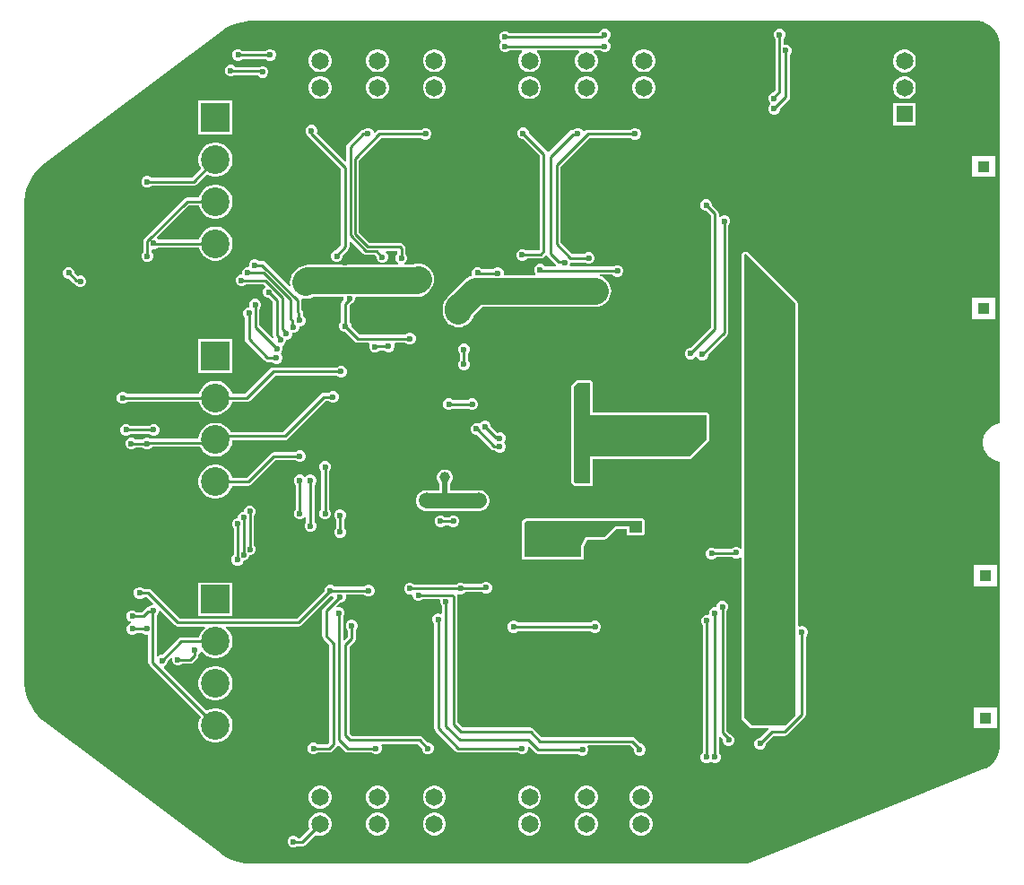
<source format=gbl>
G04*
G04 #@! TF.GenerationSoftware,Altium Limited,Altium Designer,24.1.2 (44)*
G04*
G04 Layer_Physical_Order=2*
G04 Layer_Color=16711680*
%FSLAX25Y25*%
%MOIN*%
G70*
G04*
G04 #@! TF.SameCoordinates,2D7E79AC-0914-4B2E-807A-CDA8686B17FA*
G04*
G04*
G04 #@! TF.FilePolarity,Positive*
G04*
G01*
G75*
%ADD14C,0.01000*%
%ADD86C,0.09843*%
%ADD88C,0.01968*%
%ADD90C,0.05512*%
%ADD97C,0.06496*%
%ADD98C,0.10630*%
%ADD99R,0.10630X0.10630*%
%ADD107R,0.03937X0.03937*%
%ADD108R,0.06496X0.06496*%
%ADD110C,0.02362*%
%ADD111C,0.05906*%
%ADD112C,0.03937*%
G36*
X101062Y-40520D02*
X102707Y-41202D01*
X104188Y-42191D01*
X105447Y-43450D01*
X106436Y-44931D01*
X107117Y-46576D01*
X107465Y-48322D01*
Y-49213D01*
X107465Y-189800D01*
X106282Y-190035D01*
X106210Y-190065D01*
X106132Y-190081D01*
X104991Y-190553D01*
X104925Y-190597D01*
X104852Y-190628D01*
X103825Y-191314D01*
X103770Y-191369D01*
X103704Y-191413D01*
X102831Y-192287D01*
X102787Y-192352D01*
X102731Y-192408D01*
X102045Y-193435D01*
X102015Y-193508D01*
X101971Y-193574D01*
X101498Y-194715D01*
X101483Y-194792D01*
X101452Y-194865D01*
X101212Y-196076D01*
Y-196155D01*
X101196Y-196233D01*
Y-197468D01*
X101212Y-197545D01*
Y-197625D01*
X101452Y-198836D01*
X101483Y-198909D01*
X101498Y-198986D01*
X101971Y-200127D01*
X102015Y-200193D01*
X102045Y-200266D01*
X102731Y-201293D01*
X102787Y-201348D01*
X102831Y-201414D01*
X103704Y-202287D01*
X103770Y-202331D01*
X103825Y-202387D01*
X104852Y-203073D01*
X104925Y-203103D01*
X104991Y-203148D01*
X106132Y-203620D01*
X106210Y-203636D01*
X106282Y-203666D01*
X107465Y-203901D01*
Y-309759D01*
Y-310433D01*
X107265Y-311765D01*
X106870Y-313053D01*
X106288Y-314269D01*
X105533Y-315385D01*
X104621Y-316376D01*
X103571Y-317221D01*
X102408Y-317902D01*
X101783Y-318152D01*
X13903Y-353304D01*
X13765Y-353359D01*
X13478Y-353443D01*
X13185Y-353500D01*
X12888Y-353528D01*
X12739Y-353528D01*
X-170604D01*
X-171364Y-353528D01*
X-172878Y-353406D01*
X-174378Y-353162D01*
X-175854Y-352799D01*
X-177296Y-352319D01*
X-178694Y-351724D01*
X-180040Y-351019D01*
X-181325Y-350207D01*
X-181933Y-349751D01*
X-181933Y-349751D01*
X-247550Y-300539D01*
X-248426Y-299882D01*
X-250015Y-298373D01*
X-251419Y-296691D01*
X-252619Y-294857D01*
X-253599Y-292898D01*
X-254346Y-290838D01*
X-254849Y-288705D01*
X-255103Y-286529D01*
Y-285433D01*
Y-108268D01*
Y-107172D01*
X-254849Y-104996D01*
X-254346Y-102863D01*
X-253599Y-100803D01*
X-252619Y-98843D01*
X-251419Y-97010D01*
X-250015Y-95328D01*
X-248426Y-93819D01*
X-247550Y-93162D01*
X-247550Y-93162D01*
X-181933Y-43949D01*
X-181325Y-43493D01*
X-180040Y-42682D01*
X-178694Y-41977D01*
X-177296Y-41382D01*
X-175854Y-40902D01*
X-174378Y-40538D01*
X-172878Y-40295D01*
X-171364Y-40173D01*
X-170604Y-40173D01*
X-127953Y-40173D01*
X99316D01*
X101062Y-40520D01*
D02*
G37*
%LPC*%
G36*
X-38936Y-43095D02*
X-39804D01*
X-40606Y-43426D01*
X-41219Y-44040D01*
X-41423Y-44534D01*
X-74823D01*
X-75143Y-44214D01*
X-75944Y-43882D01*
X-76812D01*
X-77614Y-44214D01*
X-78227Y-44827D01*
X-78559Y-45629D01*
Y-46497D01*
X-78227Y-47298D01*
X-77691Y-47835D01*
X-78227Y-48371D01*
X-78559Y-49172D01*
Y-50040D01*
X-78227Y-50842D01*
X-77614Y-51455D01*
X-76812Y-51787D01*
X-75944D01*
X-75143Y-51455D01*
X-74823Y-51136D01*
X-70236D01*
X-70058Y-51636D01*
X-70723Y-52301D01*
X-71283Y-53270D01*
X-71572Y-54350D01*
Y-55469D01*
X-71283Y-56549D01*
X-70723Y-57518D01*
X-69933Y-58309D01*
X-68964Y-58868D01*
X-67883Y-59158D01*
X-66765D01*
X-65684Y-58868D01*
X-64716Y-58309D01*
X-63925Y-57518D01*
X-63366Y-56549D01*
X-63076Y-55469D01*
Y-54350D01*
X-63366Y-53270D01*
X-63925Y-52301D01*
X-64590Y-51636D01*
X-64413Y-51136D01*
X-49015D01*
X-48838Y-51636D01*
X-49503Y-52301D01*
X-50063Y-53270D01*
X-50352Y-54350D01*
Y-55469D01*
X-50063Y-56549D01*
X-49503Y-57518D01*
X-48712Y-58309D01*
X-47744Y-58868D01*
X-46663Y-59158D01*
X-45545D01*
X-44464Y-58868D01*
X-43496Y-58309D01*
X-42705Y-57518D01*
X-42145Y-56549D01*
X-41856Y-55469D01*
Y-54350D01*
X-42145Y-53270D01*
X-42705Y-52301D01*
X-43370Y-51636D01*
X-43193Y-51136D01*
X-40925D01*
X-40606Y-51455D01*
X-39804Y-51787D01*
X-38936D01*
X-38135Y-51455D01*
X-37521Y-50842D01*
X-37189Y-50040D01*
Y-49172D01*
X-37521Y-48371D01*
X-38135Y-47757D01*
X-38295Y-47691D01*
Y-47191D01*
X-38135Y-47125D01*
X-37521Y-46511D01*
X-37189Y-45709D01*
Y-44842D01*
X-37521Y-44040D01*
X-38135Y-43426D01*
X-38936Y-43095D01*
D02*
G37*
G36*
X-163346Y-50575D02*
X-164213D01*
X-165015Y-50907D01*
X-165335Y-51227D01*
X-174035D01*
X-174355Y-50907D01*
X-175157Y-50575D01*
X-176024D01*
X-176826Y-50907D01*
X-177440Y-51520D01*
X-177772Y-52322D01*
Y-53190D01*
X-177440Y-53991D01*
X-176826Y-54605D01*
X-176024Y-54937D01*
X-175157D01*
X-174355Y-54605D01*
X-174035Y-54285D01*
X-165335D01*
X-165015Y-54605D01*
X-164213Y-54937D01*
X-163346D01*
X-162544Y-54605D01*
X-161931Y-53991D01*
X-161598Y-53190D01*
Y-52322D01*
X-161931Y-51520D01*
X-162544Y-50907D01*
X-163346Y-50575D01*
D02*
G37*
G36*
X-24325Y-50661D02*
X-25443D01*
X-26524Y-50951D01*
X-27492Y-51510D01*
X-28283Y-52301D01*
X-28842Y-53270D01*
X-29132Y-54350D01*
Y-55469D01*
X-28842Y-56549D01*
X-28283Y-57518D01*
X-27492Y-58309D01*
X-26524Y-58868D01*
X-25443Y-59158D01*
X-24325D01*
X-23244Y-58868D01*
X-22276Y-58309D01*
X-21485Y-57518D01*
X-20925Y-56549D01*
X-20636Y-55469D01*
Y-54350D01*
X-20925Y-53270D01*
X-21485Y-52301D01*
X-22276Y-51510D01*
X-23244Y-50951D01*
X-24325Y-50661D01*
D02*
G37*
G36*
X-102120D02*
X-103238D01*
X-104319Y-50951D01*
X-105288Y-51510D01*
X-106079Y-52301D01*
X-106638Y-53270D01*
X-106927Y-54350D01*
Y-55469D01*
X-106638Y-56549D01*
X-106079Y-57518D01*
X-105288Y-58309D01*
X-104319Y-58868D01*
X-103238Y-59158D01*
X-102120D01*
X-101040Y-58868D01*
X-100071Y-58309D01*
X-99280Y-57518D01*
X-98721Y-56549D01*
X-98431Y-55469D01*
Y-54350D01*
X-98721Y-53270D01*
X-99280Y-52301D01*
X-100071Y-51510D01*
X-101040Y-50951D01*
X-102120Y-50661D01*
D02*
G37*
G36*
X-123340D02*
X-124459D01*
X-125539Y-50951D01*
X-126508Y-51510D01*
X-127299Y-52301D01*
X-127858Y-53270D01*
X-128147Y-54350D01*
Y-55469D01*
X-127858Y-56549D01*
X-127299Y-57518D01*
X-126508Y-58309D01*
X-125539Y-58868D01*
X-124459Y-59158D01*
X-123340D01*
X-122260Y-58868D01*
X-121291Y-58309D01*
X-120500Y-57518D01*
X-119941Y-56549D01*
X-119651Y-55469D01*
Y-54350D01*
X-119941Y-53270D01*
X-120500Y-52301D01*
X-121291Y-51510D01*
X-122260Y-50951D01*
X-123340Y-50661D01*
D02*
G37*
G36*
X-144560D02*
X-145679D01*
X-146759Y-50951D01*
X-147728Y-51510D01*
X-148519Y-52301D01*
X-149078Y-53270D01*
X-149367Y-54350D01*
Y-55469D01*
X-149078Y-56549D01*
X-148519Y-57518D01*
X-147728Y-58309D01*
X-146759Y-58868D01*
X-145679Y-59158D01*
X-144560D01*
X-143480Y-58868D01*
X-142511Y-58309D01*
X-141720Y-57518D01*
X-141161Y-56549D01*
X-140872Y-55469D01*
Y-54350D01*
X-141161Y-53270D01*
X-141720Y-52301D01*
X-142511Y-51510D01*
X-143480Y-50951D01*
X-144560Y-50661D01*
D02*
G37*
G36*
X72606Y-50849D02*
X71488D01*
X70407Y-51139D01*
X69439Y-51698D01*
X68648Y-52489D01*
X68089Y-53458D01*
X67799Y-54538D01*
Y-55657D01*
X68089Y-56737D01*
X68648Y-57706D01*
X69439Y-58497D01*
X70407Y-59056D01*
X71488Y-59346D01*
X72606D01*
X73687Y-59056D01*
X74656Y-58497D01*
X75446Y-57706D01*
X76006Y-56737D01*
X76295Y-55657D01*
Y-54538D01*
X76006Y-53458D01*
X75446Y-52489D01*
X74656Y-51698D01*
X73687Y-51139D01*
X72606Y-50849D01*
D02*
G37*
G36*
X-177913Y-56480D02*
X-178780D01*
X-179582Y-56812D01*
X-180195Y-57426D01*
X-180528Y-58228D01*
Y-59095D01*
X-180195Y-59897D01*
X-179582Y-60510D01*
X-178780Y-60843D01*
X-177913D01*
X-177111Y-60510D01*
X-176988Y-60388D01*
X-168287D01*
X-167771Y-60904D01*
X-166969Y-61236D01*
X-166102D01*
X-165300Y-60904D01*
X-164686Y-60291D01*
X-164354Y-59489D01*
Y-58621D01*
X-164686Y-57820D01*
X-165300Y-57206D01*
X-166102Y-56874D01*
X-166969D01*
X-167771Y-57206D01*
X-167894Y-57329D01*
X-176594D01*
X-177111Y-56812D01*
X-177913Y-56480D01*
D02*
G37*
G36*
X-24325Y-60661D02*
X-25443D01*
X-26524Y-60951D01*
X-27492Y-61510D01*
X-28283Y-62301D01*
X-28842Y-63270D01*
X-29132Y-64350D01*
Y-65469D01*
X-28842Y-66549D01*
X-28283Y-67518D01*
X-27492Y-68309D01*
X-26524Y-68868D01*
X-25443Y-69157D01*
X-24325D01*
X-23244Y-68868D01*
X-22276Y-68309D01*
X-21485Y-67518D01*
X-20925Y-66549D01*
X-20636Y-65469D01*
Y-64350D01*
X-20925Y-63270D01*
X-21485Y-62301D01*
X-22276Y-61510D01*
X-23244Y-60951D01*
X-24325Y-60661D01*
D02*
G37*
G36*
X-45545D02*
X-46663D01*
X-47744Y-60951D01*
X-48712Y-61510D01*
X-49503Y-62301D01*
X-50063Y-63270D01*
X-50352Y-64350D01*
Y-65469D01*
X-50063Y-66549D01*
X-49503Y-67518D01*
X-48712Y-68309D01*
X-47744Y-68868D01*
X-46663Y-69157D01*
X-45545D01*
X-44464Y-68868D01*
X-43496Y-68309D01*
X-42705Y-67518D01*
X-42145Y-66549D01*
X-41856Y-65469D01*
Y-64350D01*
X-42145Y-63270D01*
X-42705Y-62301D01*
X-43496Y-61510D01*
X-44464Y-60951D01*
X-45545Y-60661D01*
D02*
G37*
G36*
X-66765D02*
X-67883D01*
X-68964Y-60951D01*
X-69933Y-61510D01*
X-70723Y-62301D01*
X-71283Y-63270D01*
X-71572Y-64350D01*
Y-65469D01*
X-71283Y-66549D01*
X-70723Y-67518D01*
X-69933Y-68309D01*
X-68964Y-68868D01*
X-67883Y-69157D01*
X-66765D01*
X-65684Y-68868D01*
X-64716Y-68309D01*
X-63925Y-67518D01*
X-63366Y-66549D01*
X-63076Y-65469D01*
Y-64350D01*
X-63366Y-63270D01*
X-63925Y-62301D01*
X-64716Y-61510D01*
X-65684Y-60951D01*
X-66765Y-60661D01*
D02*
G37*
G36*
X-102120D02*
X-103238D01*
X-104319Y-60951D01*
X-105288Y-61510D01*
X-106079Y-62301D01*
X-106638Y-63270D01*
X-106927Y-64350D01*
Y-65469D01*
X-106638Y-66549D01*
X-106079Y-67518D01*
X-105288Y-68309D01*
X-104319Y-68868D01*
X-103238Y-69157D01*
X-102120D01*
X-101040Y-68868D01*
X-100071Y-68309D01*
X-99280Y-67518D01*
X-98721Y-66549D01*
X-98431Y-65469D01*
Y-64350D01*
X-98721Y-63270D01*
X-99280Y-62301D01*
X-100071Y-61510D01*
X-101040Y-60951D01*
X-102120Y-60661D01*
D02*
G37*
G36*
X-123340D02*
X-124459D01*
X-125539Y-60951D01*
X-126508Y-61510D01*
X-127299Y-62301D01*
X-127858Y-63270D01*
X-128147Y-64350D01*
Y-65469D01*
X-127858Y-66549D01*
X-127299Y-67518D01*
X-126508Y-68309D01*
X-125539Y-68868D01*
X-124459Y-69157D01*
X-123340D01*
X-122260Y-68868D01*
X-121291Y-68309D01*
X-120500Y-67518D01*
X-119941Y-66549D01*
X-119651Y-65469D01*
Y-64350D01*
X-119941Y-63270D01*
X-120500Y-62301D01*
X-121291Y-61510D01*
X-122260Y-60951D01*
X-123340Y-60661D01*
D02*
G37*
G36*
X-144560D02*
X-145679D01*
X-146759Y-60951D01*
X-147728Y-61510D01*
X-148519Y-62301D01*
X-149078Y-63270D01*
X-149367Y-64350D01*
Y-65469D01*
X-149078Y-66549D01*
X-148519Y-67518D01*
X-147728Y-68309D01*
X-146759Y-68868D01*
X-145679Y-69157D01*
X-144560D01*
X-143480Y-68868D01*
X-142511Y-68309D01*
X-141720Y-67518D01*
X-141161Y-66549D01*
X-140872Y-65469D01*
Y-64350D01*
X-141161Y-63270D01*
X-141720Y-62301D01*
X-142511Y-61510D01*
X-143480Y-60951D01*
X-144560Y-60661D01*
D02*
G37*
G36*
X72606Y-60692D02*
X71488D01*
X70407Y-60982D01*
X69439Y-61541D01*
X68648Y-62332D01*
X68089Y-63300D01*
X67799Y-64381D01*
Y-65499D01*
X68089Y-66580D01*
X68648Y-67548D01*
X69439Y-68339D01*
X70407Y-68898D01*
X71488Y-69188D01*
X72606D01*
X73687Y-68898D01*
X74656Y-68339D01*
X75446Y-67548D01*
X76006Y-66580D01*
X76295Y-65499D01*
Y-64381D01*
X76006Y-63300D01*
X75446Y-62332D01*
X74656Y-61541D01*
X73687Y-60982D01*
X72606Y-60692D01*
D02*
G37*
G36*
X26024Y-43095D02*
X25157D01*
X24355Y-43426D01*
X23742Y-44040D01*
X23410Y-44842D01*
Y-45709D01*
X23742Y-46511D01*
X24061Y-46831D01*
Y-65927D01*
X23272Y-66716D01*
X23188D01*
X22387Y-67049D01*
X21773Y-67662D01*
X21441Y-68464D01*
Y-69332D01*
X21773Y-70133D01*
X22179Y-70539D01*
X22331Y-70866D01*
X22179Y-71193D01*
X21773Y-71599D01*
X21441Y-72401D01*
Y-73269D01*
X21773Y-74070D01*
X22387Y-74684D01*
X23188Y-75016D01*
X24056D01*
X24858Y-74684D01*
X25471Y-74070D01*
X25803Y-73269D01*
Y-72816D01*
X29034Y-69585D01*
X29366Y-69089D01*
X29482Y-68504D01*
Y-52736D01*
X29802Y-52417D01*
X30134Y-51615D01*
Y-50747D01*
X29802Y-49946D01*
X29188Y-49332D01*
X28387Y-49000D01*
X27519D01*
X27120Y-48733D01*
Y-46831D01*
X27440Y-46511D01*
X27772Y-45709D01*
Y-44842D01*
X27440Y-44040D01*
X26826Y-43426D01*
X26024Y-43095D01*
D02*
G37*
G36*
X76295Y-70534D02*
X67799D01*
Y-79031D01*
X76295D01*
Y-70534D01*
D02*
G37*
G36*
X-177740Y-69827D02*
X-190370D01*
Y-82457D01*
X-177740D01*
Y-69827D01*
D02*
G37*
G36*
X-69251Y-79709D02*
X-70119D01*
X-70920Y-80041D01*
X-71534Y-80654D01*
X-71866Y-81456D01*
Y-82324D01*
X-71534Y-83125D01*
X-70920Y-83739D01*
X-70119Y-84071D01*
X-69667D01*
X-63553Y-90185D01*
Y-125170D01*
X-63759Y-125375D01*
X-68784D01*
X-68843Y-125316D01*
X-69645Y-124984D01*
X-70513D01*
X-71314Y-125316D01*
X-71928Y-125930D01*
X-72260Y-126732D01*
Y-127599D01*
X-71928Y-128401D01*
X-71314Y-129014D01*
X-70513Y-129347D01*
X-69645D01*
X-68843Y-129014D01*
X-68263Y-128434D01*
X-63125D01*
X-62540Y-128318D01*
X-62044Y-127986D01*
X-61486Y-127428D01*
X-60842Y-127492D01*
X-60743Y-127641D01*
X-57641Y-130742D01*
X-57464Y-130860D01*
X-57616Y-131360D01*
X-61618D01*
X-62150Y-130828D01*
X-62952Y-130496D01*
X-63820D01*
X-64621Y-130828D01*
X-65235Y-131442D01*
X-65567Y-132243D01*
Y-133111D01*
X-65235Y-133913D01*
X-65046Y-134101D01*
X-65253Y-134601D01*
X-76807D01*
X-76953Y-134383D01*
Y-133515D01*
X-77285Y-132713D01*
X-77898Y-132100D01*
X-78700Y-131768D01*
X-79568D01*
X-80369Y-132100D01*
X-80644Y-132374D01*
X-85014D01*
X-85379Y-132009D01*
X-86180Y-131677D01*
X-87048D01*
X-87850Y-132009D01*
X-88463Y-132623D01*
X-88795Y-133424D01*
Y-134292D01*
X-88728Y-134456D01*
X-88941Y-134908D01*
X-89425Y-135054D01*
X-90453Y-135604D01*
X-91355Y-136344D01*
X-97908Y-142897D01*
X-98648Y-143799D01*
X-99198Y-144827D01*
X-99536Y-145943D01*
X-99651Y-147104D01*
Y-148031D01*
X-99536Y-149192D01*
X-99198Y-150308D01*
X-98648Y-151337D01*
X-97908Y-152239D01*
X-97006Y-152979D01*
X-95978Y-153528D01*
X-94862Y-153867D01*
X-93701Y-153981D01*
X-92540Y-153867D01*
X-91424Y-153528D01*
X-90395Y-152979D01*
X-89494Y-152239D01*
X-88754Y-151337D01*
X-88204Y-150308D01*
X-88079Y-149897D01*
X-84683Y-146501D01*
X-42913D01*
X-41753Y-146387D01*
X-40637Y-146048D01*
X-39608Y-145498D01*
X-38706Y-144758D01*
X-37966Y-143857D01*
X-37416Y-142828D01*
X-37078Y-141712D01*
X-36963Y-140551D01*
X-37078Y-139390D01*
X-37416Y-138274D01*
X-37966Y-137246D01*
X-38706Y-136344D01*
X-39608Y-135604D01*
X-40637Y-135054D01*
X-41082Y-134919D01*
X-41007Y-134419D01*
X-36382D01*
X-35881Y-134920D01*
X-35080Y-135252D01*
X-34212D01*
X-33410Y-134920D01*
X-32797Y-134306D01*
X-32465Y-133505D01*
Y-132637D01*
X-32797Y-131835D01*
X-33410Y-131222D01*
X-34212Y-130890D01*
X-35080D01*
X-35881Y-131222D01*
X-36020Y-131360D01*
X-52032D01*
X-52359Y-130860D01*
X-52150Y-130355D01*
Y-129925D01*
X-52090Y-129876D01*
X-46831D01*
X-46511Y-130195D01*
X-45709Y-130527D01*
X-44842D01*
X-44040Y-130195D01*
X-43426Y-129582D01*
X-43095Y-128780D01*
Y-127913D01*
X-43426Y-127111D01*
X-44040Y-126497D01*
X-44842Y-126165D01*
X-45709D01*
X-46511Y-126497D01*
X-46831Y-126817D01*
X-51456D01*
X-55770Y-122504D01*
Y-94389D01*
X-45029Y-83649D01*
X-29650D01*
X-29392Y-83907D01*
X-28590Y-84239D01*
X-27722D01*
X-26921Y-83907D01*
X-26307Y-83294D01*
X-25975Y-82492D01*
Y-81624D01*
X-26307Y-80823D01*
X-26921Y-80209D01*
X-27722Y-79877D01*
X-28590D01*
X-29392Y-80209D01*
X-29773Y-80590D01*
X-45663D01*
X-46248Y-80706D01*
X-46744Y-81038D01*
X-46914Y-81208D01*
X-47405Y-81111D01*
X-47521Y-80829D01*
X-48135Y-80215D01*
X-48937Y-79883D01*
X-49804D01*
X-50606Y-80215D01*
X-51100Y-80710D01*
X-51294D01*
X-51880Y-80826D01*
X-52376Y-81158D01*
X-60147Y-88929D01*
X-60723Y-88798D01*
X-60942Y-88470D01*
X-67504Y-81908D01*
Y-81456D01*
X-67836Y-80654D01*
X-68449Y-80041D01*
X-69251Y-79709D01*
D02*
G37*
G36*
X-147940Y-78830D02*
X-148807D01*
X-149609Y-79162D01*
X-150223Y-79776D01*
X-150555Y-80578D01*
Y-81445D01*
X-150223Y-82247D01*
X-149695Y-82775D01*
X-149455Y-83134D01*
X-137356Y-95232D01*
Y-123483D01*
X-139251Y-125378D01*
X-139410D01*
X-140212Y-125710D01*
X-140825Y-126324D01*
X-141157Y-127125D01*
Y-127993D01*
X-140825Y-128795D01*
X-140212Y-129408D01*
X-139410Y-129740D01*
X-138542D01*
X-137741Y-129408D01*
X-137127Y-128795D01*
X-136795Y-127993D01*
Y-127248D01*
X-134745Y-125198D01*
X-134414Y-124702D01*
X-134297Y-124116D01*
Y-122215D01*
X-133835Y-122024D01*
X-129112Y-126747D01*
X-128616Y-127078D01*
X-128031Y-127195D01*
X-124968D01*
X-124228Y-127935D01*
Y-128387D01*
X-123896Y-129188D01*
X-123283Y-129802D01*
X-122481Y-130134D01*
X-121613D01*
X-120812Y-129802D01*
X-120198Y-129188D01*
X-119866Y-128387D01*
Y-127519D01*
X-120198Y-126717D01*
X-120721Y-126195D01*
X-120610Y-125767D01*
X-120567Y-125695D01*
X-116490D01*
Y-126791D01*
X-116810Y-127111D01*
X-117142Y-127913D01*
Y-128780D01*
X-116810Y-129582D01*
X-116196Y-130195D01*
X-116053Y-130255D01*
X-116152Y-130755D01*
X-149697D01*
X-150858Y-130869D01*
X-151974Y-131208D01*
X-153002Y-131757D01*
X-153904Y-132498D01*
X-154601Y-133194D01*
X-155341Y-134096D01*
X-155891Y-135125D01*
X-156229Y-136241D01*
X-156344Y-137402D01*
X-156232Y-138536D01*
X-156261Y-138567D01*
X-156730Y-138745D01*
X-165618Y-129857D01*
X-166114Y-129526D01*
X-166699Y-129409D01*
X-167900D01*
X-168219Y-129090D01*
X-169021Y-128758D01*
X-169889D01*
X-170691Y-129090D01*
X-171304Y-129703D01*
X-171636Y-130505D01*
Y-131372D01*
X-172051Y-131677D01*
X-172481D01*
X-173283Y-132009D01*
X-173896Y-132623D01*
X-174228Y-133424D01*
Y-134292D01*
X-174322Y-134433D01*
X-174843D01*
X-175645Y-134765D01*
X-176259Y-135379D01*
X-176591Y-136180D01*
Y-137048D01*
X-176259Y-137850D01*
X-175645Y-138463D01*
X-174843Y-138795D01*
X-173976D01*
X-173174Y-138463D01*
X-172854Y-138144D01*
X-166053D01*
X-165544Y-138652D01*
X-165608Y-139295D01*
X-166022Y-139709D01*
X-166354Y-140511D01*
Y-141379D01*
X-166022Y-142180D01*
X-165409Y-142794D01*
X-164607Y-143126D01*
X-164155D01*
X-162766Y-144515D01*
Y-156899D01*
X-162649Y-157484D01*
X-162365Y-157910D01*
X-162371Y-157987D01*
X-162789Y-158164D01*
X-162908Y-158158D01*
X-167762Y-153304D01*
Y-147224D01*
X-167442Y-146905D01*
X-167110Y-146103D01*
Y-145235D01*
X-167442Y-144434D01*
X-168056Y-143820D01*
X-168858Y-143488D01*
X-169725D01*
X-170527Y-143820D01*
X-171140Y-144434D01*
X-171472Y-145235D01*
Y-146103D01*
X-171423Y-146222D01*
X-171701Y-146638D01*
X-172087D01*
X-172889Y-146970D01*
X-173503Y-147583D01*
X-173835Y-148385D01*
Y-149253D01*
X-173503Y-150054D01*
X-173183Y-150374D01*
Y-158399D01*
X-173066Y-158984D01*
X-172735Y-159480D01*
X-165780Y-166436D01*
X-165283Y-166767D01*
X-164698Y-166884D01*
X-162972D01*
X-162653Y-167203D01*
X-161851Y-167535D01*
X-160984D01*
X-160182Y-167203D01*
X-159568Y-166590D01*
X-159236Y-165788D01*
Y-164920D01*
X-159568Y-164119D01*
X-159887Y-163800D01*
X-159351Y-163264D01*
X-159019Y-162462D01*
Y-161595D01*
X-159184Y-161197D01*
X-158927Y-160564D01*
X-158663Y-160455D01*
X-158049Y-159841D01*
X-157717Y-159039D01*
Y-158621D01*
X-157299D01*
X-156498Y-158289D01*
X-155884Y-157676D01*
X-155552Y-156874D01*
Y-156062D01*
X-154740D01*
X-153938Y-155730D01*
X-153325Y-155117D01*
X-152993Y-154315D01*
Y-153700D01*
X-152378D01*
X-151576Y-153368D01*
X-150963Y-152754D01*
X-150631Y-151953D01*
Y-151085D01*
X-150963Y-150284D01*
X-151514Y-149732D01*
Y-148838D01*
X-151630Y-148253D01*
X-151962Y-147756D01*
X-152014Y-147704D01*
Y-144095D01*
X-152114Y-143590D01*
X-151936Y-143339D01*
X-151751Y-143178D01*
X-151555Y-143237D01*
X-150394Y-143351D01*
X-149233Y-143237D01*
X-148117Y-142899D01*
X-147660Y-142655D01*
X-136579D01*
X-136433Y-142873D01*
Y-143694D01*
X-136908Y-144169D01*
X-137240Y-144665D01*
X-137356Y-145250D01*
Y-151988D01*
X-137676Y-152308D01*
X-138008Y-153109D01*
Y-153977D01*
X-137676Y-154779D01*
X-137062Y-155392D01*
X-136261Y-155724D01*
X-135809D01*
X-132184Y-159349D01*
X-131688Y-159681D01*
X-131102Y-159797D01*
X-127122D01*
X-126788Y-160297D01*
X-126984Y-160771D01*
Y-161639D01*
X-126652Y-162440D01*
X-126039Y-163054D01*
X-125237Y-163386D01*
X-124369D01*
X-123568Y-163054D01*
X-123186Y-162672D01*
X-121178D01*
X-120921Y-162930D01*
X-120119Y-163262D01*
X-119251D01*
X-118449Y-162930D01*
X-117836Y-162316D01*
X-117504Y-161515D01*
Y-160647D01*
X-117649Y-160297D01*
X-117315Y-159797D01*
X-113366D01*
X-113047Y-160117D01*
X-112245Y-160449D01*
X-111377D01*
X-110575Y-160117D01*
X-109962Y-159503D01*
X-109630Y-158702D01*
Y-157834D01*
X-109962Y-157032D01*
X-110575Y-156419D01*
X-111377Y-156087D01*
X-112245D01*
X-113047Y-156419D01*
X-113366Y-156738D01*
X-130469D01*
X-133646Y-153561D01*
Y-153109D01*
X-133978Y-152308D01*
X-134297Y-151988D01*
Y-145884D01*
X-133902Y-145488D01*
X-133818D01*
X-133017Y-145156D01*
X-132403Y-144543D01*
X-132071Y-143741D01*
Y-142873D01*
X-131925Y-142655D01*
X-109146D01*
X-107985Y-142540D01*
X-106869Y-142202D01*
X-105840Y-141652D01*
X-104938Y-140912D01*
X-104454Y-140428D01*
X-103714Y-139526D01*
X-103164Y-138497D01*
X-102826Y-137381D01*
X-102711Y-136221D01*
X-102826Y-135060D01*
X-103164Y-133943D01*
X-103714Y-132915D01*
X-104454Y-132013D01*
X-105356Y-131273D01*
X-106385Y-130724D01*
X-107501Y-130385D01*
X-108661Y-130271D01*
X-109822Y-130385D01*
X-110938Y-130724D01*
X-110997Y-130755D01*
X-113769D01*
X-113868Y-130255D01*
X-113725Y-130195D01*
X-113112Y-129582D01*
X-112779Y-128780D01*
Y-127913D01*
X-113112Y-127111D01*
X-113431Y-126791D01*
Y-124751D01*
X-113548Y-124166D01*
X-113879Y-123670D01*
X-114465Y-123084D01*
X-114961Y-122752D01*
X-115546Y-122636D01*
X-126776D01*
X-130754Y-118658D01*
Y-91972D01*
X-122376Y-83594D01*
X-107501D01*
X-107181Y-83913D01*
X-106379Y-84246D01*
X-105512D01*
X-104710Y-83913D01*
X-104096Y-83300D01*
X-103764Y-82498D01*
Y-81630D01*
X-104096Y-80829D01*
X-104710Y-80215D01*
X-105512Y-79883D01*
X-106379D01*
X-107181Y-80215D01*
X-107501Y-80535D01*
X-123009D01*
X-123594Y-80651D01*
X-124091Y-80983D01*
X-124732Y-81624D01*
X-125264Y-81449D01*
X-125526Y-80817D01*
X-126140Y-80203D01*
X-126941Y-79871D01*
X-127809D01*
X-128611Y-80203D01*
X-129069Y-80662D01*
X-129620Y-80771D01*
X-130116Y-81103D01*
X-135014Y-86001D01*
X-135346Y-86497D01*
X-135462Y-87083D01*
Y-92147D01*
X-135924Y-92339D01*
X-146376Y-81887D01*
X-146193Y-81445D01*
Y-80578D01*
X-146525Y-79776D01*
X-147138Y-79162D01*
X-147940Y-78830D01*
D02*
G37*
G36*
X-183433Y-85417D02*
X-184677D01*
X-185897Y-85660D01*
X-187046Y-86136D01*
X-188081Y-86827D01*
X-188960Y-87707D01*
X-189651Y-88741D01*
X-190127Y-89890D01*
X-190370Y-91110D01*
Y-92354D01*
X-190127Y-93574D01*
X-189651Y-94724D01*
X-189474Y-94989D01*
X-192956Y-98471D01*
X-207894D01*
X-208213Y-98151D01*
X-209015Y-97819D01*
X-209883D01*
X-210684Y-98151D01*
X-211298Y-98764D01*
X-211630Y-99566D01*
Y-100434D01*
X-211298Y-101235D01*
X-210684Y-101849D01*
X-209883Y-102181D01*
X-209015D01*
X-208213Y-101849D01*
X-207894Y-101529D01*
X-192323D01*
X-191738Y-101413D01*
X-191241Y-101081D01*
X-187311Y-97151D01*
X-187046Y-97329D01*
X-185897Y-97805D01*
X-184677Y-98047D01*
X-183433D01*
X-182213Y-97805D01*
X-181064Y-97329D01*
X-180030Y-96637D01*
X-179150Y-95758D01*
X-178459Y-94724D01*
X-177983Y-93574D01*
X-177740Y-92354D01*
Y-91110D01*
X-177983Y-89890D01*
X-178459Y-88741D01*
X-179150Y-87707D01*
X-180030Y-86827D01*
X-181064Y-86136D01*
X-182213Y-85660D01*
X-183433Y-85417D01*
D02*
G37*
G36*
X105827Y-90276D02*
X97165D01*
Y-98150D01*
X105827D01*
Y-90276D01*
D02*
G37*
G36*
X-183433Y-101008D02*
X-184677D01*
X-185897Y-101251D01*
X-187046Y-101727D01*
X-188081Y-102418D01*
X-188960Y-103297D01*
X-189651Y-104332D01*
X-190127Y-105481D01*
X-190190Y-105793D01*
X-194659D01*
X-195245Y-105910D01*
X-195741Y-106241D01*
X-210530Y-121031D01*
X-210862Y-121527D01*
X-210978Y-122112D01*
Y-126004D01*
X-211298Y-126324D01*
X-211630Y-127125D01*
Y-127993D01*
X-211298Y-128795D01*
X-210684Y-129408D01*
X-209883Y-129740D01*
X-209015D01*
X-208213Y-129408D01*
X-207600Y-128795D01*
X-207268Y-127993D01*
Y-127125D01*
X-207600Y-126324D01*
X-207919Y-126004D01*
Y-125282D01*
X-207521Y-125016D01*
X-206653D01*
X-205851Y-124684D01*
X-205610Y-124443D01*
X-190190D01*
X-190127Y-124755D01*
X-189651Y-125905D01*
X-188960Y-126939D01*
X-188081Y-127819D01*
X-187046Y-128510D01*
X-185897Y-128986D01*
X-184677Y-129228D01*
X-183433D01*
X-182213Y-128986D01*
X-181064Y-128510D01*
X-180030Y-127819D01*
X-179150Y-126939D01*
X-178459Y-125905D01*
X-177983Y-124755D01*
X-177740Y-123535D01*
Y-122291D01*
X-177983Y-121071D01*
X-178459Y-119922D01*
X-179150Y-118888D01*
X-180030Y-118008D01*
X-181064Y-117317D01*
X-182213Y-116841D01*
X-183433Y-116598D01*
X-184677D01*
X-185897Y-116841D01*
X-187046Y-117317D01*
X-188081Y-118008D01*
X-188960Y-118888D01*
X-189651Y-119922D01*
X-190127Y-121071D01*
X-190190Y-121384D01*
X-205453D01*
X-205652Y-121185D01*
X-205715Y-120542D01*
X-194026Y-108852D01*
X-190190D01*
X-190127Y-109165D01*
X-189651Y-110314D01*
X-188960Y-111348D01*
X-188081Y-112228D01*
X-187046Y-112919D01*
X-185897Y-113395D01*
X-184677Y-113638D01*
X-183433D01*
X-182213Y-113395D01*
X-181064Y-112919D01*
X-180030Y-112228D01*
X-179150Y-111348D01*
X-178459Y-110314D01*
X-177983Y-109165D01*
X-177740Y-107945D01*
Y-106701D01*
X-177983Y-105481D01*
X-178459Y-104332D01*
X-179150Y-103297D01*
X-180030Y-102418D01*
X-181064Y-101727D01*
X-182213Y-101251D01*
X-183433Y-101008D01*
D02*
G37*
G36*
X-238149Y-131677D02*
X-239017D01*
X-239818Y-132009D01*
X-240432Y-132623D01*
X-240764Y-133424D01*
Y-134292D01*
X-240432Y-135094D01*
X-239818Y-135707D01*
X-239017Y-136039D01*
X-238564D01*
X-236775Y-137829D01*
X-236279Y-138160D01*
X-236123Y-138191D01*
X-236101Y-138243D01*
X-235488Y-138857D01*
X-234686Y-139189D01*
X-233818D01*
X-233016Y-138857D01*
X-232403Y-138243D01*
X-232071Y-137442D01*
Y-136574D01*
X-232403Y-135772D01*
X-233016Y-135159D01*
X-233818Y-134827D01*
X-234686D01*
X-235227Y-135051D01*
X-236402Y-133877D01*
Y-133424D01*
X-236734Y-132623D01*
X-237347Y-132009D01*
X-238149Y-131677D01*
D02*
G37*
G36*
X105827Y-143032D02*
X97165D01*
Y-150906D01*
X105827D01*
Y-143032D01*
D02*
G37*
G36*
X-1141Y-106480D02*
X-2009D01*
X-2810Y-106812D01*
X-3424Y-107426D01*
X-3756Y-108228D01*
Y-109095D01*
X-3424Y-109897D01*
X-2810Y-110511D01*
X-2009Y-110843D01*
X-1557D01*
X45Y-112444D01*
Y-154091D01*
X-7462Y-161598D01*
X-7914D01*
X-8716Y-161931D01*
X-9329Y-162544D01*
X-9661Y-163346D01*
Y-164213D01*
X-9329Y-165015D01*
X-8716Y-165629D01*
X-7914Y-165961D01*
X-7046D01*
X-6245Y-165629D01*
X-5682Y-165066D01*
X-5381Y-165058D01*
X-5126Y-165102D01*
X-4999Y-165409D01*
X-4385Y-166022D01*
X-3584Y-166354D01*
X-2716D01*
X-1914Y-166022D01*
X-1301Y-165409D01*
X-969Y-164607D01*
Y-164155D01*
X6199Y-156987D01*
X6531Y-156491D01*
X6647Y-155905D01*
Y-116122D01*
X6967Y-115802D01*
X7299Y-115001D01*
Y-114133D01*
X6967Y-113331D01*
X6354Y-112718D01*
X5552Y-112386D01*
X4684D01*
X3883Y-112718D01*
X3604Y-112996D01*
X3104Y-112789D01*
Y-111811D01*
X2988Y-111226D01*
X2656Y-110730D01*
X606Y-108680D01*
Y-108228D01*
X274Y-107426D01*
X-339Y-106812D01*
X-1141Y-106480D01*
D02*
G37*
G36*
X-91298Y-160024D02*
X-92166D01*
X-92968Y-160356D01*
X-93581Y-160969D01*
X-93913Y-161771D01*
Y-162639D01*
X-93581Y-163440D01*
X-93258Y-163764D01*
Y-166218D01*
X-93574Y-166534D01*
X-93906Y-167336D01*
Y-168203D01*
X-93574Y-169005D01*
X-92960Y-169619D01*
X-92159Y-169951D01*
X-91291D01*
X-90489Y-169619D01*
X-89876Y-169005D01*
X-89544Y-168203D01*
Y-167336D01*
X-89876Y-166534D01*
X-90199Y-166211D01*
Y-163756D01*
X-89883Y-163440D01*
X-89551Y-162639D01*
Y-161771D01*
X-89883Y-160969D01*
X-90497Y-160356D01*
X-91298Y-160024D01*
D02*
G37*
G36*
X-177740Y-158350D02*
X-190370D01*
Y-170980D01*
X-177740D01*
Y-158350D01*
D02*
G37*
G36*
X-136968Y-168291D02*
X-137835D01*
X-138637Y-168623D01*
X-138957Y-168943D01*
X-162598D01*
X-163184Y-169060D01*
X-163680Y-169391D01*
X-173015Y-178726D01*
X-177921D01*
X-177983Y-178414D01*
X-178459Y-177265D01*
X-179150Y-176230D01*
X-180030Y-175351D01*
X-181064Y-174660D01*
X-182213Y-174184D01*
X-183433Y-173941D01*
X-184677D01*
X-185897Y-174184D01*
X-187046Y-174660D01*
X-188081Y-175351D01*
X-188960Y-176230D01*
X-189651Y-177265D01*
X-190127Y-178414D01*
X-190196Y-178756D01*
X-216978D01*
X-217268Y-178466D01*
X-218070Y-178134D01*
X-218938D01*
X-219739Y-178466D01*
X-220353Y-179079D01*
X-220685Y-179881D01*
Y-180749D01*
X-220353Y-181551D01*
X-219739Y-182164D01*
X-218938Y-182496D01*
X-218070D01*
X-217268Y-182164D01*
X-216919Y-181815D01*
X-190184D01*
X-190127Y-182098D01*
X-189651Y-183247D01*
X-188960Y-184282D01*
X-188081Y-185161D01*
X-187046Y-185852D01*
X-185897Y-186328D01*
X-184677Y-186571D01*
X-183433D01*
X-182213Y-186328D01*
X-181064Y-185852D01*
X-180030Y-185161D01*
X-179150Y-184282D01*
X-178459Y-183247D01*
X-177983Y-182098D01*
X-177921Y-181785D01*
X-172382D01*
X-171797Y-181669D01*
X-171300Y-181337D01*
X-161965Y-172002D01*
X-138957D01*
X-138637Y-172321D01*
X-137835Y-172653D01*
X-136968D01*
X-136166Y-172321D01*
X-135553Y-171708D01*
X-135221Y-170906D01*
Y-170039D01*
X-135553Y-169237D01*
X-136166Y-168623D01*
X-136968Y-168291D01*
D02*
G37*
G36*
X-88149Y-180496D02*
X-89016D01*
X-89818Y-180828D01*
X-90138Y-181148D01*
X-95689D01*
X-96009Y-180828D01*
X-96810Y-180496D01*
X-97678D01*
X-98480Y-180828D01*
X-99093Y-181442D01*
X-99425Y-182243D01*
Y-183111D01*
X-99093Y-183913D01*
X-98480Y-184526D01*
X-97678Y-184858D01*
X-96810D01*
X-96009Y-184526D01*
X-95689Y-184206D01*
X-90138D01*
X-89818Y-184526D01*
X-89016Y-184858D01*
X-88149D01*
X-87347Y-184526D01*
X-86734Y-183913D01*
X-86402Y-183111D01*
Y-182243D01*
X-86734Y-181442D01*
X-87347Y-180828D01*
X-88149Y-180496D01*
D02*
G37*
G36*
X-139905Y-177740D02*
X-140772D01*
X-141574Y-178072D01*
X-141894Y-178392D01*
X-143701D01*
X-144286Y-178508D01*
X-144782Y-178840D01*
X-158901Y-192959D01*
X-178416D01*
X-178459Y-192855D01*
X-179150Y-191821D01*
X-180030Y-190941D01*
X-181064Y-190250D01*
X-182213Y-189774D01*
X-183433Y-189532D01*
X-184677D01*
X-185897Y-189774D01*
X-187046Y-190250D01*
X-188081Y-190941D01*
X-188960Y-191821D01*
X-189651Y-192855D01*
X-190127Y-194004D01*
X-190370Y-195224D01*
Y-195454D01*
X-208154D01*
X-208213Y-195395D01*
X-209015Y-195063D01*
X-209883D01*
X-210684Y-195395D01*
X-211004Y-195715D01*
X-213799D01*
X-214119Y-195395D01*
X-214920Y-195063D01*
X-215788D01*
X-216590Y-195395D01*
X-217203Y-196009D01*
X-217535Y-196810D01*
Y-197678D01*
X-217203Y-198480D01*
X-216590Y-199093D01*
X-215788Y-199425D01*
X-214920D01*
X-214119Y-199093D01*
X-213799Y-198774D01*
X-211004D01*
X-210684Y-199093D01*
X-209883Y-199425D01*
X-209015D01*
X-208213Y-199093D01*
X-207633Y-198513D01*
X-189786D01*
X-189651Y-198838D01*
X-188960Y-199872D01*
X-188081Y-200752D01*
X-187046Y-201443D01*
X-185897Y-201919D01*
X-184677Y-202161D01*
X-183433D01*
X-182213Y-201919D01*
X-181064Y-201443D01*
X-180030Y-200752D01*
X-179150Y-199872D01*
X-178459Y-198838D01*
X-177983Y-197688D01*
X-177740Y-196468D01*
Y-196018D01*
X-158268D01*
X-157683Y-195901D01*
X-157186Y-195570D01*
X-143067Y-181451D01*
X-141894D01*
X-141574Y-181770D01*
X-140772Y-182102D01*
X-139905D01*
X-139103Y-181770D01*
X-138489Y-181157D01*
X-138157Y-180355D01*
Y-179487D01*
X-138489Y-178686D01*
X-139103Y-178072D01*
X-139905Y-177740D01*
D02*
G37*
G36*
X-83424Y-188764D02*
X-84292D01*
X-85094Y-189096D01*
X-85707Y-189709D01*
X-86268Y-189756D01*
X-86629Y-189607D01*
X-87497D01*
X-88299Y-189939D01*
X-88912Y-190552D01*
X-89244Y-191354D01*
Y-192221D01*
X-88912Y-193023D01*
X-88299Y-193637D01*
X-87497Y-193969D01*
X-86934D01*
X-81622Y-199281D01*
X-81126Y-199612D01*
X-80541Y-199729D01*
X-80128D01*
X-79582Y-200274D01*
X-78780Y-200606D01*
X-77913D01*
X-77111Y-200274D01*
X-76497Y-199661D01*
X-76165Y-198859D01*
Y-197991D01*
X-76497Y-197190D01*
X-76837Y-196850D01*
X-76497Y-196511D01*
X-76165Y-195709D01*
Y-194842D01*
X-76497Y-194040D01*
X-77111Y-193427D01*
X-77913Y-193095D01*
X-78780D01*
X-79322Y-193319D01*
X-81677Y-190963D01*
Y-190511D01*
X-82009Y-189709D01*
X-82623Y-189096D01*
X-83424Y-188764D01*
D02*
G37*
G36*
X-206653Y-189945D02*
X-207521D01*
X-208322Y-190277D01*
X-208642Y-190597D01*
X-215768D01*
X-216087Y-190277D01*
X-216889Y-189945D01*
X-217757D01*
X-218558Y-190277D01*
X-219172Y-190891D01*
X-219504Y-191692D01*
Y-192560D01*
X-219172Y-193361D01*
X-218558Y-193975D01*
X-217757Y-194307D01*
X-216889D01*
X-216087Y-193975D01*
X-215768Y-193655D01*
X-208642D01*
X-208322Y-193975D01*
X-207521Y-194307D01*
X-206653D01*
X-205851Y-193975D01*
X-205238Y-193361D01*
X-204906Y-192560D01*
Y-191692D01*
X-205238Y-190891D01*
X-205851Y-190277D01*
X-206653Y-189945D01*
D02*
G37*
G36*
X-44882Y-173784D02*
X-49606D01*
X-49997Y-173861D01*
X-50327Y-174082D01*
X-51508Y-175263D01*
X-51729Y-175594D01*
X-51807Y-175984D01*
Y-211448D01*
X-51729Y-211838D01*
X-51508Y-212169D01*
X-50812Y-212865D01*
X-50481Y-213086D01*
X-50091Y-213164D01*
X-44882D01*
X-44492Y-213086D01*
X-44161Y-212865D01*
X-43940Y-212534D01*
X-43862Y-212144D01*
Y-202988D01*
X-26054D01*
X-25946Y-202967D01*
X-25836Y-202964D01*
X-25796Y-202947D01*
X-25591Y-202988D01*
X-7874D01*
X-7484Y-202910D01*
X-7153Y-202690D01*
X-854Y-196390D01*
X-633Y-196060D01*
X-555Y-195669D01*
Y-186614D01*
X-633Y-186224D01*
X-854Y-185893D01*
X-1185Y-185672D01*
X-1575Y-185595D01*
X-32677D01*
X-43862Y-185595D01*
Y-174803D01*
X-43940Y-174413D01*
X-44161Y-174082D01*
X-44492Y-173861D01*
X-44882Y-173784D01*
D02*
G37*
G36*
X-152322Y-199787D02*
X-153190D01*
X-153991Y-200119D01*
X-154311Y-200439D01*
X-162356D01*
X-162941Y-200555D01*
X-163437Y-200887D01*
X-172458Y-209908D01*
X-177921D01*
X-177983Y-209595D01*
X-178459Y-208446D01*
X-179150Y-207412D01*
X-180030Y-206532D01*
X-181064Y-205841D01*
X-182213Y-205365D01*
X-183433Y-205122D01*
X-184677D01*
X-185897Y-205365D01*
X-187046Y-205841D01*
X-188081Y-206532D01*
X-188960Y-207412D01*
X-189651Y-208446D01*
X-190127Y-209595D01*
X-190370Y-210815D01*
Y-212059D01*
X-190127Y-213279D01*
X-189651Y-214428D01*
X-188960Y-215463D01*
X-188081Y-216342D01*
X-187046Y-217033D01*
X-185897Y-217509D01*
X-184677Y-217752D01*
X-183433D01*
X-182213Y-217509D01*
X-181064Y-217033D01*
X-180030Y-216342D01*
X-179150Y-215463D01*
X-178459Y-214428D01*
X-177983Y-213279D01*
X-177921Y-212966D01*
X-171824D01*
X-171239Y-212850D01*
X-170743Y-212518D01*
X-161722Y-203498D01*
X-154311D01*
X-153991Y-203818D01*
X-153190Y-204150D01*
X-152322D01*
X-151520Y-203818D01*
X-150907Y-203204D01*
X-150575Y-202402D01*
Y-201535D01*
X-150907Y-200733D01*
X-151520Y-200119D01*
X-152322Y-199787D01*
D02*
G37*
G36*
X-148385Y-208842D02*
X-149253D01*
X-150054Y-209175D01*
X-150461Y-209581D01*
X-150787Y-209733D01*
X-151114Y-209581D01*
X-151520Y-209175D01*
X-152322Y-208842D01*
X-153190D01*
X-153991Y-209175D01*
X-154605Y-209788D01*
X-154937Y-210590D01*
Y-211457D01*
X-154605Y-212259D01*
X-154285Y-212579D01*
Y-221779D01*
X-154605Y-222099D01*
X-154937Y-222901D01*
Y-223768D01*
X-154605Y-224570D01*
X-153991Y-225184D01*
X-153190Y-225516D01*
X-152322D01*
X-151520Y-225184D01*
X-150907Y-224570D01*
X-150848Y-224429D01*
X-150348Y-224528D01*
Y-226398D01*
X-150668Y-226717D01*
X-151000Y-227519D01*
Y-228387D01*
X-150668Y-229188D01*
X-150054Y-229802D01*
X-149253Y-230134D01*
X-148385D01*
X-147583Y-229802D01*
X-146970Y-229188D01*
X-146638Y-228387D01*
Y-227519D01*
X-146970Y-226717D01*
X-147290Y-226398D01*
Y-212579D01*
X-146970Y-212259D01*
X-146638Y-211457D01*
Y-210590D01*
X-146970Y-209788D01*
X-147583Y-209175D01*
X-148385Y-208842D01*
D02*
G37*
G36*
X-98428Y-206874D02*
X-99210D01*
X-99965Y-207076D01*
X-100642Y-207467D01*
X-101194Y-208020D01*
X-101585Y-208697D01*
X-101787Y-209452D01*
Y-210233D01*
X-101585Y-210988D01*
X-101194Y-211665D01*
X-100842Y-212017D01*
Y-214716D01*
X-104378D01*
X-104991Y-214551D01*
X-106032D01*
X-107037Y-214821D01*
X-107939Y-215341D01*
X-108675Y-216077D01*
X-109195Y-216978D01*
X-109465Y-217984D01*
Y-219024D01*
X-109195Y-220030D01*
X-108675Y-220931D01*
X-107939Y-221667D01*
X-107037Y-222187D01*
X-106032Y-222457D01*
X-104991D01*
X-104378Y-222292D01*
X-87355D01*
X-86741Y-222457D01*
X-85700D01*
X-84695Y-222187D01*
X-83793Y-221667D01*
X-83057Y-220931D01*
X-82537Y-220030D01*
X-82268Y-219024D01*
Y-217984D01*
X-82537Y-216978D01*
X-83057Y-216077D01*
X-83793Y-215341D01*
X-84695Y-214821D01*
X-85700Y-214551D01*
X-86741D01*
X-87355Y-214716D01*
X-96796D01*
Y-212017D01*
X-96443Y-211665D01*
X-96053Y-210988D01*
X-95850Y-210233D01*
Y-209452D01*
X-96053Y-208697D01*
X-96443Y-208020D01*
X-96996Y-207467D01*
X-97673Y-207076D01*
X-98428Y-206874D01*
D02*
G37*
G36*
X-95236Y-223909D02*
X-96103D01*
X-96905Y-224241D01*
X-97224Y-224561D01*
X-98839D01*
X-99158Y-224241D01*
X-99960Y-223909D01*
X-100828D01*
X-101629Y-224241D01*
X-102243Y-224855D01*
X-102575Y-225657D01*
Y-226524D01*
X-102243Y-227326D01*
X-101629Y-227940D01*
X-100828Y-228272D01*
X-99960D01*
X-99158Y-227940D01*
X-98839Y-227620D01*
X-97224D01*
X-96905Y-227940D01*
X-96103Y-228272D01*
X-95236D01*
X-94434Y-227940D01*
X-93820Y-227326D01*
X-93488Y-226524D01*
Y-225657D01*
X-93820Y-224855D01*
X-94434Y-224241D01*
X-95236Y-223909D01*
D02*
G37*
G36*
X-142873Y-203724D02*
X-143741D01*
X-144543Y-204057D01*
X-145156Y-204670D01*
X-145488Y-205472D01*
Y-206339D01*
X-145156Y-207141D01*
X-144836Y-207461D01*
Y-221779D01*
X-145156Y-222099D01*
X-145488Y-222901D01*
Y-223768D01*
X-145156Y-224570D01*
X-144543Y-225184D01*
X-143741Y-225516D01*
X-142873D01*
X-142072Y-225184D01*
X-141458Y-224570D01*
X-141126Y-223768D01*
Y-222901D01*
X-141458Y-222099D01*
X-141778Y-221779D01*
Y-207461D01*
X-141458Y-207141D01*
X-141126Y-206339D01*
Y-205472D01*
X-141458Y-204670D01*
X-142072Y-204057D01*
X-142873Y-203724D01*
D02*
G37*
G36*
X-25591Y-224965D02*
X-68504D01*
X-68894Y-225042D01*
X-69225Y-225263D01*
X-70012Y-226051D01*
X-70233Y-226381D01*
X-70311Y-226772D01*
Y-239370D01*
X-70233Y-239760D01*
X-70012Y-240091D01*
X-69682Y-240312D01*
X-69291Y-240390D01*
X-48031D01*
X-47641Y-240312D01*
X-47311Y-240091D01*
X-47089Y-239760D01*
X-47012Y-239370D01*
Y-235629D01*
X-45924Y-232909D01*
X-39370D01*
X-38980Y-232832D01*
X-38649Y-232611D01*
X-35011Y-228972D01*
X-31335D01*
Y-230315D01*
X-31257Y-230705D01*
X-31036Y-231036D01*
X-30705Y-231257D01*
X-30315Y-231334D01*
X-25591D01*
X-25200Y-231257D01*
X-24870Y-231036D01*
X-24649Y-230705D01*
X-24571Y-230315D01*
Y-225984D01*
X-24649Y-225594D01*
X-24870Y-225263D01*
X-25200Y-225042D01*
X-25591Y-224965D01*
D02*
G37*
G36*
X-137361Y-221728D02*
X-138229D01*
X-139031Y-222060D01*
X-139644Y-222674D01*
X-139976Y-223476D01*
Y-224343D01*
X-139644Y-225145D01*
X-139325Y-225465D01*
Y-228579D01*
X-139644Y-228898D01*
X-139976Y-229700D01*
Y-230568D01*
X-139644Y-231369D01*
X-139031Y-231983D01*
X-138229Y-232315D01*
X-137361D01*
X-136560Y-231983D01*
X-135946Y-231369D01*
X-135614Y-230568D01*
Y-229700D01*
X-135946Y-228898D01*
X-136266Y-228579D01*
Y-225465D01*
X-135946Y-225145D01*
X-135614Y-224343D01*
Y-223476D01*
X-135946Y-222674D01*
X-136560Y-222060D01*
X-137361Y-221728D01*
D02*
G37*
G36*
X13060Y-125820D02*
X12670Y-125898D01*
X12208Y-126089D01*
X12208Y-126089D01*
X11878Y-126310D01*
X11656Y-126641D01*
X11579Y-127031D01*
Y-236134D01*
X11079Y-236341D01*
X10684Y-235946D01*
X9883Y-235614D01*
X9015D01*
X8213Y-235946D01*
X7697Y-236463D01*
X1752D01*
X1629Y-236340D01*
X828Y-236008D01*
X-40D01*
X-842Y-236340D01*
X-1455Y-236953D01*
X-1787Y-237755D01*
Y-238623D01*
X-1455Y-239424D01*
X-842Y-240038D01*
X-40Y-240370D01*
X828D01*
X1629Y-240038D01*
X2146Y-239522D01*
X8090D01*
X8213Y-239644D01*
X9015Y-239976D01*
X9883D01*
X10684Y-239644D01*
X11079Y-239250D01*
X11579Y-239457D01*
Y-298819D01*
Y-299213D01*
X11656Y-299603D01*
X11878Y-299934D01*
X14633Y-302690D01*
X14964Y-302910D01*
X15354Y-302988D01*
X21474D01*
X21494Y-303014D01*
X21655Y-303488D01*
X18482Y-306661D01*
X18030D01*
X17228Y-306994D01*
X16615Y-307607D01*
X16283Y-308409D01*
Y-309276D01*
X16615Y-310078D01*
X17228Y-310692D01*
X18030Y-311024D01*
X18898D01*
X19699Y-310692D01*
X20313Y-310078D01*
X20645Y-309276D01*
Y-308824D01*
X23490Y-305979D01*
X27545D01*
X28130Y-305862D01*
X28626Y-305531D01*
X34940Y-299217D01*
X35271Y-298721D01*
X35388Y-298136D01*
Y-268878D01*
X35707Y-268558D01*
X36039Y-267757D01*
Y-266889D01*
X35707Y-266087D01*
X35094Y-265474D01*
X34292Y-265142D01*
X33424D01*
X33016Y-265311D01*
X32516Y-264977D01*
Y-145276D01*
X32438Y-144885D01*
X32217Y-144555D01*
X13781Y-126119D01*
X13451Y-125898D01*
X13060Y-125820D01*
D02*
G37*
G36*
X-170826Y-220260D02*
X-171694D01*
X-172495Y-220592D01*
X-173109Y-221205D01*
X-173441Y-222007D01*
Y-222622D01*
X-174056D01*
X-174857Y-222954D01*
X-175471Y-223568D01*
X-175803Y-224369D01*
Y-224984D01*
X-176237D01*
X-177039Y-225316D01*
X-177652Y-225930D01*
X-177984Y-226731D01*
Y-227599D01*
X-177652Y-228401D01*
X-177332Y-228720D01*
Y-238791D01*
X-177693Y-239151D01*
X-178025Y-239953D01*
Y-240821D01*
X-177693Y-241622D01*
X-177080Y-242236D01*
X-176278Y-242568D01*
X-175410D01*
X-174609Y-242236D01*
X-173995Y-241622D01*
X-173663Y-240821D01*
Y-240764D01*
X-173188D01*
X-172387Y-240432D01*
X-171773Y-239818D01*
X-171441Y-239017D01*
Y-238795D01*
X-170826D01*
X-170024Y-238463D01*
X-169411Y-237850D01*
X-169079Y-237048D01*
Y-236180D01*
X-169411Y-235379D01*
X-169730Y-235059D01*
Y-223996D01*
X-169411Y-223676D01*
X-169079Y-222875D01*
Y-222007D01*
X-169411Y-221205D01*
X-170024Y-220592D01*
X-170826Y-220260D01*
D02*
G37*
G36*
X-83031Y-248606D02*
X-83898D01*
X-84700Y-248938D01*
X-85217Y-249455D01*
X-91555D01*
X-91678Y-249332D01*
X-92479Y-249000D01*
X-93347D01*
X-94149Y-249332D01*
X-94468Y-249652D01*
X-110256D01*
X-110575Y-249332D01*
X-111377Y-249000D01*
X-112245D01*
X-113047Y-249332D01*
X-113660Y-249946D01*
X-113992Y-250747D01*
Y-251615D01*
X-113660Y-252417D01*
X-113047Y-253030D01*
X-112245Y-253362D01*
X-111377D01*
X-111258Y-253313D01*
X-110843Y-253591D01*
Y-253977D01*
X-110511Y-254779D01*
X-109897Y-255392D01*
X-109095Y-255724D01*
X-108228D01*
X-107426Y-255392D01*
X-107106Y-255073D01*
X-100873D01*
X-100606Y-255472D01*
Y-256339D01*
X-100274Y-257141D01*
X-99955Y-257461D01*
Y-260296D01*
X-100370Y-260574D01*
X-100747Y-260417D01*
X-101615D01*
X-102417Y-260749D01*
X-103030Y-261363D01*
X-103362Y-262165D01*
Y-263032D01*
X-103030Y-263834D01*
X-102710Y-264154D01*
Y-303150D01*
X-102594Y-303735D01*
X-102262Y-304231D01*
X-94782Y-311711D01*
X-94286Y-312043D01*
X-93701Y-312159D01*
X-71634D01*
X-71314Y-312479D01*
X-70513Y-312811D01*
X-69645D01*
X-68843Y-312479D01*
X-68230Y-311865D01*
X-67898Y-311064D01*
Y-310196D01*
X-67917Y-310150D01*
X-67493Y-309867D01*
X-65255Y-312105D01*
X-64758Y-312437D01*
X-64173Y-312553D01*
X-49193D01*
X-48873Y-312873D01*
X-48072Y-313205D01*
X-47204D01*
X-46402Y-312873D01*
X-45789Y-312259D01*
X-45457Y-311457D01*
Y-310590D01*
X-45741Y-309903D01*
X-45520Y-309403D01*
X-29742D01*
X-29190Y-309955D01*
X-29089Y-310106D01*
X-28559Y-310637D01*
Y-311457D01*
X-28227Y-312259D01*
X-27613Y-312873D01*
X-26812Y-313205D01*
X-25944D01*
X-25142Y-312873D01*
X-24529Y-312259D01*
X-24197Y-311457D01*
Y-310590D01*
X-24529Y-309788D01*
X-25142Y-309175D01*
X-25944Y-308842D01*
X-26028D01*
X-26825Y-308045D01*
X-26926Y-307893D01*
X-28027Y-306793D01*
X-28523Y-306461D01*
X-29109Y-306345D01*
X-62752D01*
X-65848Y-303249D01*
X-66344Y-302918D01*
X-66929Y-302801D01*
X-92280D01*
X-94140Y-300941D01*
Y-254129D01*
X-94256Y-253544D01*
X-94272Y-253520D01*
X-93941Y-253116D01*
X-93347Y-253362D01*
X-92479D01*
X-91678Y-253030D01*
X-91161Y-252514D01*
X-84823D01*
X-84700Y-252637D01*
X-83898Y-252969D01*
X-83031D01*
X-82229Y-252637D01*
X-81616Y-252023D01*
X-81283Y-251221D01*
Y-250354D01*
X-81616Y-249552D01*
X-82229Y-248938D01*
X-83031Y-248606D01*
D02*
G37*
G36*
X106496Y-242520D02*
X97835D01*
Y-250394D01*
X106496D01*
Y-242520D01*
D02*
G37*
G36*
X-126732Y-249787D02*
X-127599D01*
X-128401Y-250119D01*
X-128720Y-250439D01*
X-139783D01*
X-140103Y-250119D01*
X-140905Y-249787D01*
X-141772D01*
X-142574Y-250119D01*
X-143188Y-250733D01*
X-143520Y-251535D01*
Y-251987D01*
X-153783Y-262250D01*
X-197398D01*
X-207974Y-251675D01*
X-208470Y-251343D01*
X-209055Y-251226D01*
X-210650D01*
X-210969Y-250907D01*
X-211771Y-250575D01*
X-212639D01*
X-213440Y-250907D01*
X-214054Y-251520D01*
X-214386Y-252322D01*
Y-253190D01*
X-214054Y-253991D01*
X-213440Y-254605D01*
X-212639Y-254937D01*
X-211771D01*
X-210969Y-254605D01*
X-210650Y-254285D01*
X-209689D01*
X-207206Y-256768D01*
X-207413Y-257268D01*
X-207702D01*
X-208503Y-257600D01*
X-209084Y-258180D01*
X-209200D01*
X-209785Y-258296D01*
X-210281Y-258628D01*
X-211541Y-259888D01*
X-213405D01*
X-213725Y-259568D01*
X-214527Y-259236D01*
X-215394D01*
X-216196Y-259568D01*
X-216810Y-260182D01*
X-217142Y-260983D01*
Y-261851D01*
X-216810Y-262653D01*
X-216196Y-263266D01*
X-215611Y-263509D01*
Y-264050D01*
X-216196Y-264293D01*
X-216810Y-264906D01*
X-217142Y-265708D01*
Y-266576D01*
X-216810Y-267377D01*
X-216196Y-267991D01*
X-215394Y-268323D01*
X-214527D01*
X-213725Y-267991D01*
X-213405Y-267671D01*
X-211217D01*
X-210897Y-267991D01*
X-210095Y-268323D01*
X-209228D01*
X-209010Y-268468D01*
Y-278543D01*
X-208893Y-279129D01*
X-208562Y-279625D01*
X-189474Y-298712D01*
X-189651Y-298977D01*
X-190127Y-300127D01*
X-190370Y-301346D01*
Y-302590D01*
X-190127Y-303811D01*
X-189651Y-304960D01*
X-188960Y-305994D01*
X-188081Y-306874D01*
X-187046Y-307565D01*
X-185897Y-308041D01*
X-184677Y-308283D01*
X-183433D01*
X-182213Y-308041D01*
X-181064Y-307565D01*
X-180030Y-306874D01*
X-179150Y-305994D01*
X-178459Y-304960D01*
X-177983Y-303811D01*
X-177740Y-302590D01*
Y-301346D01*
X-177983Y-300127D01*
X-178459Y-298977D01*
X-179150Y-297943D01*
X-180030Y-297063D01*
X-181064Y-296372D01*
X-182213Y-295896D01*
X-183433Y-295654D01*
X-184677D01*
X-185897Y-295896D01*
X-187046Y-296372D01*
X-187311Y-296549D01*
X-203279Y-280582D01*
X-203161Y-279992D01*
X-202701Y-279802D01*
X-202088Y-279188D01*
X-201756Y-278387D01*
Y-277935D01*
X-200618Y-276796D01*
X-200194Y-277079D01*
X-200213Y-277125D01*
Y-277993D01*
X-199881Y-278795D01*
X-199267Y-279408D01*
X-198465Y-279740D01*
X-197598D01*
X-196796Y-279408D01*
X-196476Y-279088D01*
X-193470D01*
X-192885Y-278972D01*
X-192388Y-278641D01*
X-190911Y-277164D01*
X-190580Y-276667D01*
X-190463Y-276082D01*
Y-275832D01*
X-189883Y-275251D01*
X-189648Y-274683D01*
X-189089Y-274620D01*
X-188960Y-274813D01*
X-188081Y-275693D01*
X-187046Y-276384D01*
X-185897Y-276860D01*
X-184677Y-277102D01*
X-183433D01*
X-182213Y-276860D01*
X-181064Y-276384D01*
X-180030Y-275693D01*
X-179150Y-274813D01*
X-178459Y-273779D01*
X-177983Y-272629D01*
X-177740Y-271409D01*
Y-270165D01*
X-177983Y-268945D01*
X-178459Y-267796D01*
X-179150Y-266762D01*
X-180030Y-265882D01*
X-180172Y-265787D01*
X-180026Y-265309D01*
X-153150D01*
X-152564Y-265193D01*
X-152068Y-264861D01*
X-141357Y-254150D01*
X-140905D01*
X-140868Y-254134D01*
X-140334Y-254454D01*
X-140311Y-254684D01*
X-143995Y-258367D01*
X-144326Y-258863D01*
X-144443Y-259449D01*
Y-268846D01*
X-144326Y-269431D01*
X-143995Y-269928D01*
X-141687Y-272235D01*
Y-308422D01*
X-142366Y-309101D01*
X-146083D01*
X-146402Y-308781D01*
X-147204Y-308449D01*
X-148072D01*
X-148873Y-308781D01*
X-149487Y-309394D01*
X-149819Y-310196D01*
Y-311064D01*
X-149487Y-311865D01*
X-148873Y-312479D01*
X-148072Y-312811D01*
X-147204D01*
X-146402Y-312479D01*
X-146083Y-312159D01*
X-141732D01*
X-141147Y-312043D01*
X-140651Y-311711D01*
X-139076Y-310137D01*
X-138753Y-309654D01*
X-138699Y-309581D01*
X-138214Y-309486D01*
X-135988Y-311711D01*
X-135492Y-312043D01*
X-134907Y-312159D01*
X-125965D01*
X-125645Y-312479D01*
X-124843Y-312811D01*
X-123976D01*
X-123174Y-312479D01*
X-122560Y-311865D01*
X-122228Y-311064D01*
Y-310196D01*
X-122513Y-309510D01*
X-122292Y-309010D01*
X-108901D01*
X-107299Y-310612D01*
Y-311064D01*
X-106967Y-311865D01*
X-106354Y-312479D01*
X-105552Y-312811D01*
X-104684D01*
X-103883Y-312479D01*
X-103269Y-311865D01*
X-102937Y-311064D01*
Y-310196D01*
X-103269Y-309394D01*
X-103883Y-308781D01*
X-104684Y-308449D01*
X-105136D01*
X-107186Y-306399D01*
X-107682Y-306067D01*
X-108268Y-305951D01*
X-133439D01*
X-134297Y-305092D01*
Y-272629D01*
X-132332Y-270663D01*
X-132000Y-270167D01*
X-131884Y-269582D01*
Y-266474D01*
X-131615Y-266205D01*
X-131283Y-265404D01*
Y-264536D01*
X-131615Y-263734D01*
X-132229Y-263121D01*
X-133031Y-262789D01*
X-133898D01*
X-134700Y-263121D01*
X-135314Y-263734D01*
X-135646Y-264536D01*
Y-265404D01*
X-135314Y-266205D01*
X-134942Y-266577D01*
Y-268948D01*
X-136198Y-270204D01*
X-136660Y-270012D01*
Y-261823D01*
X-136340Y-261503D01*
X-136008Y-260702D01*
Y-259834D01*
X-136340Y-259032D01*
X-136953Y-258419D01*
X-137755Y-258087D01*
X-138623D01*
X-138723Y-258128D01*
X-139006Y-257704D01*
X-137813Y-256512D01*
X-137361D01*
X-136560Y-256180D01*
X-135946Y-255566D01*
X-135614Y-254765D01*
Y-253897D01*
X-135348Y-253498D01*
X-128720D01*
X-128401Y-253818D01*
X-127599Y-254150D01*
X-126732D01*
X-125930Y-253818D01*
X-125316Y-253204D01*
X-124984Y-252402D01*
Y-251535D01*
X-125316Y-250733D01*
X-125930Y-250119D01*
X-126732Y-249787D01*
D02*
G37*
G36*
X-177740Y-248882D02*
X-190370D01*
Y-261512D01*
X-177740D01*
Y-248882D01*
D02*
G37*
G36*
X-42480Y-263173D02*
X-43347D01*
X-44149Y-263505D01*
X-44469Y-263825D01*
X-71673D01*
X-71993Y-263505D01*
X-72795Y-263173D01*
X-73662D01*
X-74464Y-263505D01*
X-75077Y-264119D01*
X-75410Y-264920D01*
Y-265788D01*
X-75077Y-266590D01*
X-74464Y-267203D01*
X-73662Y-267535D01*
X-72795D01*
X-71993Y-267203D01*
X-71673Y-266884D01*
X-44469D01*
X-44149Y-267203D01*
X-43347Y-267535D01*
X-42480D01*
X-41678Y-267203D01*
X-41064Y-266590D01*
X-40732Y-265788D01*
Y-264920D01*
X-41064Y-264119D01*
X-41678Y-263505D01*
X-42480Y-263173D01*
D02*
G37*
G36*
X-183433Y-280063D02*
X-184677D01*
X-185897Y-280306D01*
X-187046Y-280782D01*
X-188081Y-281473D01*
X-188960Y-282352D01*
X-189651Y-283387D01*
X-190127Y-284536D01*
X-190370Y-285756D01*
Y-287000D01*
X-190127Y-288220D01*
X-189651Y-289369D01*
X-188960Y-290404D01*
X-188081Y-291283D01*
X-187046Y-291974D01*
X-185897Y-292450D01*
X-184677Y-292693D01*
X-183433D01*
X-182213Y-292450D01*
X-181064Y-291974D01*
X-180030Y-291283D01*
X-179150Y-290404D01*
X-178459Y-289369D01*
X-177983Y-288220D01*
X-177740Y-287000D01*
Y-285756D01*
X-177983Y-284536D01*
X-178459Y-283387D01*
X-179150Y-282352D01*
X-180030Y-281473D01*
X-181064Y-280782D01*
X-182213Y-280306D01*
X-183433Y-280063D01*
D02*
G37*
G36*
X106496Y-295276D02*
X97835D01*
Y-303150D01*
X106496D01*
Y-295276D01*
D02*
G37*
G36*
X4764Y-255693D02*
X3897D01*
X3095Y-256025D01*
X2482Y-256639D01*
X2150Y-257440D01*
Y-257961D01*
X2009Y-258055D01*
X1141D01*
X339Y-258387D01*
X-274Y-259001D01*
X-606Y-259802D01*
Y-260566D01*
X-783Y-260803D01*
X-1019Y-260980D01*
X-1784D01*
X-2585Y-261312D01*
X-3199Y-261925D01*
X-3531Y-262727D01*
Y-263595D01*
X-3199Y-264396D01*
X-2879Y-264716D01*
Y-312111D01*
X-3367Y-312599D01*
X-3699Y-313401D01*
Y-314268D01*
X-3367Y-315070D01*
X-2754Y-315684D01*
X-1952Y-316016D01*
X-1084D01*
X-283Y-315684D01*
X56Y-315345D01*
X339Y-315629D01*
X1141Y-315961D01*
X2009D01*
X2810Y-315629D01*
X3424Y-315015D01*
X3756Y-314213D01*
Y-313346D01*
X3424Y-312544D01*
X3104Y-312224D01*
Y-306393D01*
X3604Y-306186D01*
X4512Y-307094D01*
Y-307914D01*
X4844Y-308716D01*
X5457Y-309329D01*
X6259Y-309661D01*
X7127D01*
X7928Y-309329D01*
X8542Y-308716D01*
X8874Y-307914D01*
Y-307047D01*
X8542Y-306245D01*
X7928Y-305631D01*
X7127Y-305299D01*
X7043D01*
X5860Y-304116D01*
Y-259429D01*
X6180Y-259109D01*
X6512Y-258308D01*
Y-257440D01*
X6180Y-256639D01*
X5566Y-256025D01*
X4764Y-255693D01*
D02*
G37*
G36*
X-25252Y-324465D02*
X-26370D01*
X-27451Y-324754D01*
X-28419Y-325313D01*
X-29210Y-326104D01*
X-29770Y-327073D01*
X-30059Y-328153D01*
Y-329272D01*
X-29770Y-330352D01*
X-29210Y-331321D01*
X-28419Y-332112D01*
X-27451Y-332671D01*
X-26370Y-332961D01*
X-25252D01*
X-24171Y-332671D01*
X-23203Y-332112D01*
X-22412Y-331321D01*
X-21853Y-330352D01*
X-21563Y-329272D01*
Y-328153D01*
X-21853Y-327073D01*
X-22412Y-326104D01*
X-23203Y-325313D01*
X-24171Y-324754D01*
X-25252Y-324465D01*
D02*
G37*
G36*
X-45543D02*
X-46662D01*
X-47742Y-324754D01*
X-48711Y-325313D01*
X-49502Y-326104D01*
X-50061Y-327073D01*
X-50350Y-328153D01*
Y-329272D01*
X-50061Y-330352D01*
X-49502Y-331321D01*
X-48711Y-332112D01*
X-47742Y-332671D01*
X-46662Y-332961D01*
X-45543D01*
X-44463Y-332671D01*
X-43494Y-332112D01*
X-42703Y-331321D01*
X-42144Y-330352D01*
X-41854Y-329272D01*
Y-328153D01*
X-42144Y-327073D01*
X-42703Y-326104D01*
X-43494Y-325313D01*
X-44463Y-324754D01*
X-45543Y-324465D01*
D02*
G37*
G36*
X-66765D02*
X-67883D01*
X-68964Y-324754D01*
X-69933Y-325313D01*
X-70723Y-326104D01*
X-71283Y-327073D01*
X-71572Y-328153D01*
Y-329272D01*
X-71283Y-330352D01*
X-70723Y-331321D01*
X-69933Y-332112D01*
X-68964Y-332671D01*
X-67883Y-332961D01*
X-66765D01*
X-65684Y-332671D01*
X-64716Y-332112D01*
X-63925Y-331321D01*
X-63366Y-330352D01*
X-63076Y-329272D01*
Y-328153D01*
X-63366Y-327073D01*
X-63925Y-326104D01*
X-64716Y-325313D01*
X-65684Y-324754D01*
X-66765Y-324465D01*
D02*
G37*
G36*
X-102120D02*
X-103238D01*
X-104319Y-324754D01*
X-105288Y-325313D01*
X-106079Y-326104D01*
X-106638Y-327073D01*
X-106927Y-328153D01*
Y-329272D01*
X-106638Y-330352D01*
X-106079Y-331321D01*
X-105288Y-332112D01*
X-104319Y-332671D01*
X-103238Y-332961D01*
X-102120D01*
X-101040Y-332671D01*
X-100071Y-332112D01*
X-99280Y-331321D01*
X-98721Y-330352D01*
X-98431Y-329272D01*
Y-328153D01*
X-98721Y-327073D01*
X-99280Y-326104D01*
X-100071Y-325313D01*
X-101040Y-324754D01*
X-102120Y-324465D01*
D02*
G37*
G36*
X-123340D02*
X-124459D01*
X-125539Y-324754D01*
X-126508Y-325313D01*
X-127299Y-326104D01*
X-127858Y-327073D01*
X-128147Y-328153D01*
Y-329272D01*
X-127858Y-330352D01*
X-127299Y-331321D01*
X-126508Y-332112D01*
X-125539Y-332671D01*
X-124459Y-332961D01*
X-123340D01*
X-122260Y-332671D01*
X-121291Y-332112D01*
X-120500Y-331321D01*
X-119941Y-330352D01*
X-119651Y-329272D01*
Y-328153D01*
X-119941Y-327073D01*
X-120500Y-326104D01*
X-121291Y-325313D01*
X-122260Y-324754D01*
X-123340Y-324465D01*
D02*
G37*
G36*
X-144560D02*
X-145679D01*
X-146759Y-324754D01*
X-147728Y-325313D01*
X-148519Y-326104D01*
X-149078Y-327073D01*
X-149367Y-328153D01*
Y-329272D01*
X-149078Y-330352D01*
X-148519Y-331321D01*
X-147728Y-332112D01*
X-146759Y-332671D01*
X-145679Y-332961D01*
X-144560D01*
X-143480Y-332671D01*
X-142511Y-332112D01*
X-141720Y-331321D01*
X-141161Y-330352D01*
X-140872Y-329272D01*
Y-328153D01*
X-141161Y-327073D01*
X-141720Y-326104D01*
X-142511Y-325313D01*
X-143480Y-324754D01*
X-144560Y-324465D01*
D02*
G37*
G36*
X-25252Y-334465D02*
X-26370D01*
X-27451Y-334754D01*
X-28419Y-335313D01*
X-29210Y-336104D01*
X-29770Y-337073D01*
X-30059Y-338153D01*
Y-339272D01*
X-29770Y-340352D01*
X-29210Y-341321D01*
X-28419Y-342112D01*
X-27451Y-342671D01*
X-26370Y-342961D01*
X-25252D01*
X-24171Y-342671D01*
X-23203Y-342112D01*
X-22412Y-341321D01*
X-21853Y-340352D01*
X-21563Y-339272D01*
Y-338153D01*
X-21853Y-337073D01*
X-22412Y-336104D01*
X-23203Y-335313D01*
X-24171Y-334754D01*
X-25252Y-334465D01*
D02*
G37*
G36*
X-45543D02*
X-46662D01*
X-47742Y-334754D01*
X-48711Y-335313D01*
X-49502Y-336104D01*
X-50061Y-337073D01*
X-50350Y-338153D01*
Y-339272D01*
X-50061Y-340352D01*
X-49502Y-341321D01*
X-48711Y-342112D01*
X-47742Y-342671D01*
X-46662Y-342961D01*
X-45543D01*
X-44463Y-342671D01*
X-43494Y-342112D01*
X-42703Y-341321D01*
X-42144Y-340352D01*
X-41854Y-339272D01*
Y-338153D01*
X-42144Y-337073D01*
X-42703Y-336104D01*
X-43494Y-335313D01*
X-44463Y-334754D01*
X-45543Y-334465D01*
D02*
G37*
G36*
X-66765D02*
X-67883D01*
X-68964Y-334754D01*
X-69933Y-335313D01*
X-70723Y-336104D01*
X-71283Y-337073D01*
X-71572Y-338153D01*
Y-339272D01*
X-71283Y-340352D01*
X-70723Y-341321D01*
X-69933Y-342112D01*
X-68964Y-342671D01*
X-67883Y-342961D01*
X-66765D01*
X-65684Y-342671D01*
X-64716Y-342112D01*
X-63925Y-341321D01*
X-63366Y-340352D01*
X-63076Y-339272D01*
Y-338153D01*
X-63366Y-337073D01*
X-63925Y-336104D01*
X-64716Y-335313D01*
X-65684Y-334754D01*
X-66765Y-334465D01*
D02*
G37*
G36*
X-102120D02*
X-103238D01*
X-104319Y-334754D01*
X-105288Y-335313D01*
X-106079Y-336104D01*
X-106638Y-337073D01*
X-106927Y-338153D01*
Y-339272D01*
X-106638Y-340352D01*
X-106079Y-341321D01*
X-105288Y-342112D01*
X-104319Y-342671D01*
X-103238Y-342961D01*
X-102120D01*
X-101040Y-342671D01*
X-100071Y-342112D01*
X-99280Y-341321D01*
X-98721Y-340352D01*
X-98431Y-339272D01*
Y-338153D01*
X-98721Y-337073D01*
X-99280Y-336104D01*
X-100071Y-335313D01*
X-101040Y-334754D01*
X-102120Y-334465D01*
D02*
G37*
G36*
X-123340D02*
X-124459D01*
X-125539Y-334754D01*
X-126508Y-335313D01*
X-127299Y-336104D01*
X-127858Y-337073D01*
X-128147Y-338153D01*
Y-339272D01*
X-127858Y-340352D01*
X-127299Y-341321D01*
X-126508Y-342112D01*
X-125539Y-342671D01*
X-124459Y-342961D01*
X-123340D01*
X-122260Y-342671D01*
X-121291Y-342112D01*
X-120500Y-341321D01*
X-119941Y-340352D01*
X-119651Y-339272D01*
Y-338153D01*
X-119941Y-337073D01*
X-120500Y-336104D01*
X-121291Y-335313D01*
X-122260Y-334754D01*
X-123340Y-334465D01*
D02*
G37*
G36*
X-144560D02*
X-145679D01*
X-146759Y-334754D01*
X-147728Y-335313D01*
X-148519Y-336104D01*
X-149078Y-337073D01*
X-149367Y-338153D01*
Y-339272D01*
X-149078Y-340352D01*
X-149021Y-340451D01*
X-152570Y-344001D01*
X-153308D01*
X-153883Y-343426D01*
X-154684Y-343094D01*
X-155552D01*
X-156354Y-343426D01*
X-156967Y-344040D01*
X-157299Y-344842D01*
Y-345709D01*
X-156967Y-346511D01*
X-156354Y-347125D01*
X-155552Y-347457D01*
X-154684D01*
X-153883Y-347125D01*
X-153817Y-347059D01*
X-151937D01*
X-151352Y-346943D01*
X-150856Y-346611D01*
X-146858Y-342614D01*
X-146759Y-342671D01*
X-145679Y-342961D01*
X-144560D01*
X-143480Y-342671D01*
X-142511Y-342112D01*
X-141720Y-341321D01*
X-141161Y-340352D01*
X-140872Y-339272D01*
Y-338153D01*
X-141161Y-337073D01*
X-141720Y-336104D01*
X-142511Y-335313D01*
X-143480Y-334754D01*
X-144560Y-334465D01*
D02*
G37*
%LPD*%
G36*
X-44882Y-186614D02*
X-32677Y-186614D01*
X-1575D01*
Y-195669D01*
X-7874Y-201969D01*
X-25591D01*
X-25873Y-201686D01*
X-26054Y-201969D01*
X-44882D01*
Y-212144D01*
X-50091D01*
X-50787Y-211448D01*
Y-175984D01*
X-49606Y-174803D01*
X-44882D01*
Y-186614D01*
D02*
G37*
G36*
X-25591Y-230315D02*
X-30315D01*
Y-227953D01*
X-35433D01*
X-39370Y-231890D01*
X-46614D01*
X-47244Y-233465D01*
X-48031Y-235433D01*
Y-239370D01*
X-69291D01*
Y-226772D01*
X-68504Y-225984D01*
X-25591D01*
Y-230315D01*
D02*
G37*
G36*
X31496Y-145276D02*
Y-298335D01*
X27863Y-301969D01*
X15354D01*
X12598Y-299213D01*
Y-298819D01*
Y-127031D01*
X13060Y-126840D01*
X31496Y-145276D01*
D02*
G37*
G36*
X-199113Y-264861D02*
X-198617Y-265193D01*
X-198031Y-265309D01*
X-188084D01*
X-187939Y-265787D01*
X-188081Y-265882D01*
X-188960Y-266762D01*
X-189651Y-267796D01*
X-190127Y-268945D01*
X-190190Y-269258D01*
X-196772D01*
X-197357Y-269374D01*
X-197853Y-269706D01*
X-203919Y-275772D01*
X-204371D01*
X-205172Y-276104D01*
X-205451Y-276382D01*
X-205951Y-276175D01*
Y-261217D01*
X-205419Y-260684D01*
X-205087Y-259883D01*
Y-259594D01*
X-204587Y-259387D01*
X-199113Y-264861D01*
D02*
G37*
D14*
X25591Y-66561D02*
Y-45276D01*
X27953Y-68504D02*
Y-51181D01*
X23622Y-72835D02*
X27953Y-68504D01*
X-1350Y-313666D02*
Y-263161D01*
X1575Y-313779D02*
Y-260236D01*
X-1518Y-313835D02*
X-1350Y-313666D01*
X4331Y-304749D02*
Y-257874D01*
Y-304749D02*
X6693Y-307112D01*
X18464Y-308842D02*
X22857Y-304449D01*
X27545D01*
X33858Y-298136D01*
Y-267323D01*
X6693Y-307480D02*
Y-307112D01*
X9252Y-237992D02*
X9449Y-237795D01*
X591Y-237992D02*
X9252D01*
X394Y-238189D02*
X591Y-237992D01*
X-235694Y-136747D02*
X-234513D01*
X-238583Y-133858D02*
X-235694Y-136747D01*
X-234513D02*
X-234252Y-137008D01*
X-198031Y-277559D02*
X-193470D01*
X-191993Y-276082D02*
Y-274276D01*
X-193470Y-277559D02*
X-191993Y-276082D01*
Y-274276D02*
X-191732Y-274016D01*
X-155118Y-345276D02*
X-154864Y-345530D01*
X-151937D01*
X-76378Y-46063D02*
X-40526D01*
X-86614Y-133858D02*
X-86569Y-133904D01*
X-79179D01*
X-79134Y-133949D01*
X-127409Y-124165D02*
X-115546D01*
X-114961Y-128347D02*
Y-124751D01*
X-115546Y-124165D02*
X-114961Y-124751D01*
X-1575Y-108661D02*
X1575Y-111811D01*
Y-154724D02*
Y-111811D01*
X-7480Y-163779D02*
X1575Y-154724D01*
X-3150Y-164173D02*
X5118Y-155905D01*
Y-114567D01*
X-34827Y-132890D02*
X-34646Y-133071D01*
X-63173Y-132890D02*
X-34827D01*
X-63386Y-132677D02*
X-63173Y-132890D01*
X-54591Y-129661D02*
X-54331Y-129921D01*
X-56560Y-129661D02*
X-54591D01*
X-52090Y-128347D02*
X-45276D01*
X-57299Y-123137D02*
X-52090Y-128347D01*
X-148819Y-129921D02*
X-135827D01*
X-138976Y-127559D02*
Y-127266D01*
X-135827Y-124116D01*
Y-94599D01*
X-169455Y-130939D02*
X-166699D01*
X-153543Y-144095D01*
Y-148338D02*
Y-144095D01*
X-172047Y-133858D02*
X-166054D01*
X-165419Y-136614D02*
X-159055Y-142978D01*
Y-154750D02*
Y-142978D01*
X-174409Y-136614D02*
X-165419D01*
X-166054Y-133858D02*
X-156299Y-143613D01*
Y-150700D02*
Y-143613D01*
X-161236Y-156899D02*
Y-143882D01*
X-164173Y-140945D02*
X-161236Y-143882D01*
X-155435Y-153621D02*
X-155174Y-153881D01*
X-159055Y-154750D02*
X-157733Y-156072D01*
X-159898Y-158606D02*
Y-158237D01*
X-153543Y-148338D02*
X-153043Y-148838D01*
Y-151287D02*
Y-148838D01*
X-155435Y-153621D02*
Y-151565D01*
X-169291Y-153937D02*
X-161200Y-162028D01*
X-153043Y-151287D02*
X-152812Y-151519D01*
X-161236Y-156899D02*
X-159898Y-158237D01*
X-156299Y-150700D02*
X-155435Y-151565D01*
X-157733Y-156440D02*
Y-156072D01*
X-124335Y-125665D02*
X-122047Y-127953D01*
X-128031Y-125665D02*
X-124335D01*
X-133933Y-119763D02*
Y-87083D01*
X23622Y-68898D02*
Y-68529D01*
X25591Y-66561D01*
X-184085Y-180285D02*
X-184055Y-180256D01*
X-218474Y-180285D02*
X-184085D01*
X-218504Y-180315D02*
X-218474Y-180285D01*
X-184055Y-180256D02*
X-172382D01*
X-217323Y-192126D02*
X-207087D01*
X-209449Y-100000D02*
X-192323D01*
X-184055Y-91732D01*
X-178347Y-58661D02*
X-178150Y-58858D01*
X-166732D02*
X-166535Y-59055D01*
X-178150Y-58858D02*
X-166732D01*
X-175591Y-52756D02*
X-163779D01*
X-162598Y-170472D02*
X-137402D01*
X-172382Y-180256D02*
X-162598Y-170472D01*
X-137795Y-230134D02*
Y-223909D01*
X-69685Y-81890D02*
X-62024Y-89551D01*
X-63125Y-126905D02*
X-62024Y-125803D01*
Y-89551D01*
X-69818Y-126905D02*
X-63125D01*
X-123009Y-82064D02*
X-105946D01*
X-132283Y-119291D02*
Y-91339D01*
X-123009Y-82064D01*
X-132283Y-119291D02*
X-127409Y-124165D01*
X-127507Y-82184D02*
X-127375Y-82052D01*
X-129035Y-82184D02*
X-127507D01*
X-133933Y-87083D02*
X-129035Y-82184D01*
X-133933Y-119763D02*
X-128031Y-125665D01*
X-70079Y-127165D02*
X-69818Y-126905D01*
X-59661Y-126559D02*
X-56560Y-129661D01*
X-57299Y-123137D02*
Y-93756D01*
X-59661Y-126559D02*
Y-90606D01*
X-164698Y-165354D02*
X-161417D01*
X-171653Y-158399D02*
Y-148819D01*
Y-158399D02*
X-164698Y-165354D01*
X-169291Y-153937D02*
Y-145669D01*
X-209200Y-259710D02*
X-207528D01*
X-207268Y-259449D01*
X-76378Y-49606D02*
X-39370D01*
X-39739Y-45276D02*
X-39370D01*
X-40526Y-46063D02*
X-39739Y-45276D01*
X-203937Y-277953D02*
X-196772Y-270787D01*
X-184055D01*
X-143701Y-179921D02*
X-140339D01*
X-182697Y-194488D02*
X-158268D01*
X-143701Y-179921D01*
X-185192Y-196983D02*
X-182697Y-194488D01*
X-162356Y-201969D02*
X-152756D01*
X-171824Y-211437D02*
X-162356Y-201969D01*
X-184055Y-211437D02*
X-171824D01*
X-210908Y-261417D02*
X-209200Y-259710D01*
X-214961Y-266142D02*
X-209661D01*
X-207480Y-278543D02*
X-184055Y-301969D01*
X-207480Y-278543D02*
Y-259449D01*
X-214961Y-261417D02*
X-210908D01*
X-198031Y-263779D02*
X-153150D01*
X-212205Y-252756D02*
X-209055D01*
X-198031Y-263779D01*
X-153150D02*
X-141339Y-251969D01*
X-127165D01*
X-184065Y-211427D02*
X-184055Y-211437D01*
X-215354Y-197244D02*
X-209449D01*
X-209188Y-196983D02*
X-185192D01*
X-209449Y-197244D02*
X-209188Y-196983D01*
X-209449Y-122112D02*
X-194659Y-107323D01*
X-209449Y-127559D02*
Y-122112D01*
X-194659Y-107323D02*
X-184055D01*
X-207087Y-122835D02*
X-207008Y-122913D01*
X-184055D01*
X-171260Y-236614D02*
Y-222441D01*
X-175803Y-239486D02*
Y-227165D01*
X-175844Y-240387D02*
X-175844D01*
X-175803Y-239486D02*
X-175591Y-239699D01*
X-175843Y-240385D02*
Y-240371D01*
X-175804D01*
X-175844Y-240387D02*
Y-240387D01*
X-175844D02*
X-175843Y-240385D01*
X-175591Y-240158D02*
Y-239699D01*
X-175804Y-240371D02*
X-175591Y-240158D01*
X-173622Y-238583D02*
Y-224803D01*
X-151937Y-345530D02*
X-145120Y-338713D01*
X-148819Y-227953D02*
Y-211024D01*
X-152756Y-223335D02*
Y-211024D01*
X-143307Y-223335D02*
Y-205906D01*
X-134072Y-307480D02*
X-108268D01*
X-134907Y-310630D02*
X-124409D01*
X-135827Y-305726D02*
Y-271996D01*
Y-305726D02*
X-134072Y-307480D01*
X-108268D02*
X-105118Y-310630D01*
X-135827Y-271996D02*
X-133413Y-269582D01*
X-133465Y-264970D02*
X-133413Y-265021D01*
Y-269582D02*
Y-265021D01*
X-138189Y-307348D02*
Y-260268D01*
X-73228Y-265354D02*
X-42913D01*
X-100394Y-226091D02*
X-95669D01*
X-83661Y-250984D02*
X-83465Y-250787D01*
X-92716Y-250984D02*
X-83661D01*
X-92913Y-251181D02*
X-92716Y-250984D01*
X-111811Y-251181D02*
X-92913D01*
X-135827Y-153543D02*
X-131102Y-158268D01*
X-111811D01*
X-135827Y-153543D02*
Y-145250D01*
X-134252Y-143676D01*
Y-143307D01*
X-95669Y-301575D02*
Y-254129D01*
X-108661Y-253543D02*
X-96255D01*
X-95669Y-254129D01*
X-142913Y-259449D02*
X-137795Y-254331D01*
X-142913Y-268846D02*
Y-259449D01*
X-124741Y-161143D02*
X-119747D01*
X-124803Y-161205D02*
X-124741Y-161143D01*
X-119747D02*
X-119685Y-161081D01*
X-97244Y-182677D02*
X-88583D01*
X-86953Y-191788D02*
X-80541Y-198199D01*
X-87063Y-191788D02*
X-86953D01*
X-148374Y-82052D02*
X-135827Y-94599D01*
X-98425Y-302362D02*
X-93307Y-307480D01*
X-67716D01*
X-98425Y-302362D02*
Y-255906D01*
X-92913Y-304331D02*
X-66929D01*
X-95669Y-301575D02*
X-92913Y-304331D01*
X-101181Y-303150D02*
Y-262598D01*
Y-303150D02*
X-93701Y-310630D01*
X-63386Y-307874D02*
X-29109D01*
X-66929Y-304331D02*
X-63386Y-307874D01*
X-29109D02*
X-28008Y-308975D01*
Y-309025D02*
X-26378Y-310655D01*
X-64173Y-311024D02*
X-47638D01*
X-28008Y-309025D02*
Y-308975D01*
X-26378Y-311024D02*
Y-310655D01*
X-67716Y-307480D02*
X-64173Y-311024D01*
X-93701Y-310630D02*
X-70079D01*
X-142913Y-268846D02*
X-140157Y-271602D01*
X-138189Y-307348D02*
X-134907Y-310630D01*
X-141732D02*
X-140157Y-309055D01*
Y-271602D01*
X-147638Y-310630D02*
X-141732D01*
X-83858Y-190945D02*
X-79754Y-195050D01*
X-78572D01*
X-80541Y-198199D02*
X-78572D01*
X-78347Y-198425D01*
X-78572Y-195050D02*
X-78347Y-195276D01*
X-91732Y-162205D02*
X-91729Y-162208D01*
Y-167766D02*
Y-162208D01*
Y-167766D02*
X-91725Y-167770D01*
X-59661Y-90606D02*
X-51294Y-82239D01*
X-57299Y-93756D02*
X-45663Y-82119D01*
X-28205D01*
X-49767Y-82239D02*
X-49635Y-82107D01*
X-51294Y-82239D02*
X-49767D01*
D86*
X-93701Y-147104D02*
X-87148Y-140551D01*
X-93701Y-148031D02*
Y-147104D01*
X-87148Y-140551D02*
X-42913D01*
X-109146Y-136705D02*
X-108661Y-136221D01*
X-149697Y-136705D02*
X-109146D01*
X-150394Y-137402D02*
X-149697Y-136705D01*
D88*
X-98819Y-218504D02*
Y-209842D01*
D90*
Y-218504D02*
X-86221D01*
X-105512D02*
X-98819D01*
D97*
X-67324Y-74910D02*
D03*
Y-64909D02*
D03*
Y-54909D02*
D03*
X-46102Y-338713D02*
D03*
Y-328713D02*
D03*
Y-318713D02*
D03*
X-145120Y-54909D02*
D03*
Y-64909D02*
D03*
Y-74910D02*
D03*
X-67324Y-338713D02*
D03*
Y-328713D02*
D03*
Y-318713D02*
D03*
X-102679D02*
D03*
Y-328713D02*
D03*
Y-338713D02*
D03*
X-123899D02*
D03*
Y-328713D02*
D03*
Y-318713D02*
D03*
X-145120Y-338713D02*
D03*
Y-328713D02*
D03*
Y-318713D02*
D03*
X-123899Y-74910D02*
D03*
Y-64909D02*
D03*
Y-54909D02*
D03*
X-102679Y-74910D02*
D03*
Y-64909D02*
D03*
Y-54909D02*
D03*
X-24884D02*
D03*
Y-64909D02*
D03*
Y-74910D02*
D03*
X-25811Y-338713D02*
D03*
Y-328713D02*
D03*
Y-318713D02*
D03*
X-46104Y-54909D02*
D03*
Y-64909D02*
D03*
Y-74910D02*
D03*
X72047Y-55098D02*
D03*
Y-64940D02*
D03*
D98*
X-184055Y-138504D02*
D03*
Y-122913D02*
D03*
Y-107323D02*
D03*
Y-91732D02*
D03*
Y-317559D02*
D03*
Y-301969D02*
D03*
Y-286378D02*
D03*
Y-270787D02*
D03*
Y-180256D02*
D03*
Y-195846D02*
D03*
Y-211437D02*
D03*
Y-227028D02*
D03*
D99*
Y-76142D02*
D03*
Y-255197D02*
D03*
Y-164665D02*
D03*
D107*
X102165Y-246457D02*
D03*
Y-299213D02*
D03*
X101496Y-94213D02*
D03*
Y-146968D02*
D03*
D108*
X72047Y-74783D02*
D03*
D110*
X-145059Y-243661D02*
D03*
Y-240512D02*
D03*
X-148209D02*
D03*
X-145059Y-237362D02*
D03*
X-141909Y-240512D02*
D03*
X12205Y-54724D02*
D03*
X25591Y-45276D02*
D03*
X27953Y-51181D02*
D03*
X-1350Y-263161D02*
D03*
X1575Y-260236D02*
D03*
X4331Y-257874D02*
D03*
X394Y-255512D02*
D03*
X18464Y-308842D02*
D03*
X59055Y-190551D02*
D03*
X33858Y-267323D02*
D03*
X6693Y-307480D02*
D03*
X9449Y-237795D02*
D03*
X-238583Y-133858D02*
D03*
X-234252Y-137008D02*
D03*
X-221654Y-293307D02*
D03*
X-198031Y-277559D02*
D03*
X-191732Y-274016D02*
D03*
X-155118Y-345276D02*
D03*
X-9843Y-200394D02*
D03*
X-23622D02*
D03*
X-7874Y-198031D02*
D03*
X-25984D02*
D03*
X-76378Y-46063D02*
D03*
X-30709Y-259449D02*
D03*
X-1518Y-313835D02*
D03*
X1575Y-313779D02*
D03*
X82677Y-322835D02*
D03*
X76771D02*
D03*
X70866D02*
D03*
X64960D02*
D03*
X67913Y-328740D02*
D03*
X59055Y-322835D02*
D03*
X62008Y-328740D02*
D03*
X53149Y-322835D02*
D03*
X56102Y-328740D02*
D03*
X53149Y-334646D02*
D03*
X47244Y-322835D02*
D03*
X50197Y-328740D02*
D03*
X41339Y-322835D02*
D03*
X44291Y-328740D02*
D03*
X41339Y-334646D02*
D03*
X29527Y-322835D02*
D03*
Y-334646D02*
D03*
X101575Y-101575D02*
D03*
X104331Y-107087D02*
D03*
X101575Y-112599D02*
D03*
X96063Y-101575D02*
D03*
X98819Y-107087D02*
D03*
X96063Y-112599D02*
D03*
X90551Y-90551D02*
D03*
X93307Y-96063D02*
D03*
Y-107087D02*
D03*
X85039Y-90551D02*
D03*
X87795Y-96063D02*
D03*
X79527Y-90551D02*
D03*
X74016D02*
D03*
X68504D02*
D03*
X62992D02*
D03*
X57480D02*
D03*
X51968D02*
D03*
X54724Y-96063D02*
D03*
X51968Y-101575D02*
D03*
X54724Y-107087D02*
D03*
X51968Y-112599D02*
D03*
X46457Y-90551D02*
D03*
X49213Y-96063D02*
D03*
X46457Y-101575D02*
D03*
X49213Y-107087D02*
D03*
X46457Y-112599D02*
D03*
X40945Y-90551D02*
D03*
X43701Y-96063D02*
D03*
X40945Y-101575D02*
D03*
X43701Y-107087D02*
D03*
X40945Y-112599D02*
D03*
X35433Y-90551D02*
D03*
X38189Y-96063D02*
D03*
X35433Y-101575D02*
D03*
X38189Y-107087D02*
D03*
X35433Y-112599D02*
D03*
X29921Y-90551D02*
D03*
X32677Y-96063D02*
D03*
X29921Y-101575D02*
D03*
X32677Y-107087D02*
D03*
X29921Y-112599D02*
D03*
X27165Y-96063D02*
D03*
Y-107087D02*
D03*
X-88583Y-155905D02*
D03*
X-86614Y-133858D02*
D03*
X-114961Y-128347D02*
D03*
X-76772Y-130315D02*
D03*
X-79134Y-133949D02*
D03*
X-3150Y-164173D02*
D03*
X-7480Y-163779D02*
D03*
X-63386Y-132677D02*
D03*
X-54331Y-129921D02*
D03*
X-34646Y-133071D02*
D03*
X-45276Y-128347D02*
D03*
X-138976Y-127559D02*
D03*
X-135827Y-129921D02*
D03*
X-155174Y-153881D02*
D03*
X-161200Y-162028D02*
D03*
X-159898Y-158606D02*
D03*
X-152812Y-151519D02*
D03*
X-157733Y-156440D02*
D03*
X-122047Y-127953D02*
D03*
X22835Y-65354D02*
D03*
X23622Y-68898D02*
D03*
X16142Y-121260D02*
D03*
X19291Y-83858D02*
D03*
X-1575Y-108661D02*
D03*
X-5512Y-97244D02*
D03*
X-12205Y-68898D02*
D03*
X-218504Y-180315D02*
D03*
X-217323Y-192126D02*
D03*
X-207087D02*
D03*
X-162992Y-211024D02*
D03*
X-220472Y-113386D02*
D03*
X-209449Y-100000D02*
D03*
X-166535Y-59055D02*
D03*
X-163779Y-52756D02*
D03*
X-175591D02*
D03*
X-158661Y-173228D02*
D03*
X-137795Y-223909D02*
D03*
X-69685Y-81890D02*
D03*
X5118Y-114567D02*
D03*
X-39370Y-174803D02*
D03*
X-46457Y-200669D02*
D03*
X-49213Y-181680D02*
D03*
Y-185092D02*
D03*
X-46457Y-197244D02*
D03*
X-49213Y-188504D02*
D03*
X-46457Y-193819D02*
D03*
X-49213Y-191916D02*
D03*
X-46457Y-190394D02*
D03*
Y-186969D02*
D03*
X-49213Y-178268D02*
D03*
Y-205564D02*
D03*
X-46457Y-183543D02*
D03*
Y-204095D02*
D03*
X-49213Y-202152D02*
D03*
X-46457Y-180118D02*
D03*
Y-207520D02*
D03*
X-49213Y-198740D02*
D03*
X-46457Y-176693D02*
D03*
Y-210945D02*
D03*
X-49213Y-195328D02*
D03*
X-68552Y-151166D02*
D03*
X-65402Y-148138D02*
D03*
X-70079Y-127165D02*
D03*
X-171653Y-148819D02*
D03*
X-174409Y-136614D02*
D03*
X-178347Y-58661D02*
D03*
X-169455Y-130939D02*
D03*
X-172047Y-133858D02*
D03*
X-164173Y-140945D02*
D03*
X-169291Y-145669D02*
D03*
X-161417Y-165354D02*
D03*
X-207268Y-259449D02*
D03*
X-76378Y-49606D02*
D03*
X-39370D02*
D03*
Y-45276D02*
D03*
X-203937Y-277953D02*
D03*
X-137402Y-170472D02*
D03*
X-140339Y-179921D02*
D03*
X-142339Y-185433D02*
D03*
X-152756Y-201969D02*
D03*
X-209661Y-266142D02*
D03*
X-214961Y-261417D02*
D03*
X-212205Y-252756D02*
D03*
X-214961Y-266142D02*
D03*
X-215354Y-197244D02*
D03*
X-209449D02*
D03*
Y-127559D02*
D03*
X-207087Y-122835D02*
D03*
X-144882Y-158661D02*
D03*
X-171260Y-222441D02*
D03*
X-173622Y-224803D02*
D03*
X-175803Y-227165D02*
D03*
X-171260Y-236614D02*
D03*
X-173622Y-238583D02*
D03*
X-175844Y-240387D02*
D03*
X-148819Y-211024D02*
D03*
X-152756D02*
D03*
X-148819Y-227953D02*
D03*
X-143307Y-223335D02*
D03*
X-124409Y-310630D02*
D03*
X-152756Y-223335D02*
D03*
X-228740Y-187008D02*
D03*
X-228346Y-256299D02*
D03*
X44094Y-81496D02*
D03*
X23622Y-145669D02*
D03*
X26575Y-151575D02*
D03*
X23622Y-157480D02*
D03*
X26575Y-163386D02*
D03*
X23622Y-169291D02*
D03*
X26575Y-175197D02*
D03*
X23622Y-181102D02*
D03*
X26575Y-187008D02*
D03*
X23622Y-192913D02*
D03*
X26575Y-198819D02*
D03*
X23622Y-204725D02*
D03*
X26575Y-210630D02*
D03*
X23622Y-216535D02*
D03*
X26575Y-222441D02*
D03*
X23622Y-228346D02*
D03*
X26575Y-234252D02*
D03*
X23622Y-240158D02*
D03*
X26575Y-246063D02*
D03*
X23622Y-251969D02*
D03*
X26575Y-257874D02*
D03*
X23622Y-263780D02*
D03*
X26575Y-269685D02*
D03*
X23622Y-275591D02*
D03*
X26575Y-281496D02*
D03*
X23622Y-287402D02*
D03*
X26575Y-293307D02*
D03*
X23622Y-299213D02*
D03*
X17716Y-133858D02*
D03*
X20669Y-139764D02*
D03*
X17716Y-145669D02*
D03*
X20669Y-151575D02*
D03*
X17716Y-157480D02*
D03*
X20669Y-163386D02*
D03*
X17716Y-169291D02*
D03*
X20669Y-175197D02*
D03*
X17716Y-181102D02*
D03*
X20669Y-187008D02*
D03*
X17716Y-192913D02*
D03*
X20669Y-198819D02*
D03*
X17716Y-204725D02*
D03*
X20669Y-210630D02*
D03*
X17716Y-216535D02*
D03*
X20669Y-222441D02*
D03*
X17716Y-228346D02*
D03*
X20669Y-234252D02*
D03*
X17716Y-240158D02*
D03*
X20669Y-246063D02*
D03*
X17716Y-251969D02*
D03*
X20669Y-257874D02*
D03*
X17716Y-263780D02*
D03*
X20669Y-269685D02*
D03*
X17716Y-275591D02*
D03*
X20669Y-281496D02*
D03*
X17716Y-287402D02*
D03*
X20669Y-293307D02*
D03*
X17716Y-299213D02*
D03*
X-32810Y-234081D02*
D03*
X-73228Y-265354D02*
D03*
X-42913D02*
D03*
X-137795Y-230134D02*
D03*
X-100394Y-226091D02*
D03*
X-95669D02*
D03*
X-143307Y-205906D02*
D03*
X-95276Y-205512D02*
D03*
X-6299Y-195276D02*
D03*
X-9843D02*
D03*
X-24016D02*
D03*
X-27559D02*
D03*
X-4724Y-192520D02*
D03*
X-8268D02*
D03*
X-11811D02*
D03*
X-22441D02*
D03*
X-25984D02*
D03*
X-29528D02*
D03*
X-40945Y-216142D02*
D03*
X-11024Y-174803D02*
D03*
X-29921D02*
D03*
X-33071D02*
D03*
X-26772D02*
D03*
X-36220D02*
D03*
X-23622D02*
D03*
X-7874D02*
D03*
X-14173D02*
D03*
X-17323D02*
D03*
X-20472D02*
D03*
X-4724D02*
D03*
X-30315Y-222441D02*
D03*
X-33465D02*
D03*
X-36614D02*
D03*
X-59055Y-218504D02*
D03*
X-62205D02*
D03*
X-65354D02*
D03*
X-43307Y-218110D02*
D03*
X-49606Y-218504D02*
D03*
X-46457D02*
D03*
X-55905D02*
D03*
X-52756D02*
D03*
X-27165Y-222441D02*
D03*
X-83465Y-250787D02*
D03*
X-135827Y-153543D02*
D03*
X-111811Y-158268D02*
D03*
X-134252Y-143307D02*
D03*
X394Y-238189D02*
D03*
X-71169Y-244567D02*
D03*
X-111811Y-251181D02*
D03*
X-92913D02*
D03*
X-108661Y-253543D02*
D03*
X-127165Y-251969D02*
D03*
X-141339D02*
D03*
X-137795Y-254331D02*
D03*
X-115748Y-209055D02*
D03*
X-124803Y-161205D02*
D03*
X-88189Y-178347D02*
D03*
X-97244Y-182677D02*
D03*
X-88583D02*
D03*
X-87063Y-191788D02*
D03*
X-101181Y-262598D02*
D03*
X-98425Y-255906D02*
D03*
X-47638Y-311024D02*
D03*
X-26378D02*
D03*
X-70079Y-310630D02*
D03*
X-133465Y-264970D02*
D03*
X-138189Y-260268D02*
D03*
X-127375Y-82052D02*
D03*
X-113146Y-236968D02*
D03*
X-83858Y-190945D02*
D03*
X-93701Y-240118D02*
D03*
X-96850Y-236968D02*
D03*
X-100000Y-240118D02*
D03*
X-96850D02*
D03*
Y-243268D02*
D03*
X-67716Y-227559D02*
D03*
Y-233858D02*
D03*
X-78347Y-198425D02*
D03*
X-91725Y-167770D02*
D03*
X-91732Y-162205D02*
D03*
X-78347Y-195276D02*
D03*
X-115748Y-181102D02*
D03*
X-119685Y-161081D02*
D03*
X-123427Y-150049D02*
D03*
X-147638Y-310630D02*
D03*
X-105118D02*
D03*
X-65354Y-237008D02*
D03*
X-148374Y-81011D02*
D03*
X-105946Y-82064D02*
D03*
X-49370D02*
D03*
X-28156Y-82058D02*
D03*
X-65402Y-154315D02*
D03*
Y-151166D02*
D03*
X-62252D02*
D03*
X-14173Y-48819D02*
D03*
X-120278Y-150049D02*
D03*
X-123427Y-153199D02*
D03*
X-126577Y-150049D02*
D03*
X-123427Y-146900D02*
D03*
X-55905Y-237008D02*
D03*
X-59055D02*
D03*
X-67716Y-230709D02*
D03*
X-62205Y-237008D02*
D03*
X-52756D02*
D03*
X-46850Y-230315D02*
D03*
Y-227165D02*
D03*
X-37402Y-227559D02*
D03*
X-26772Y-229134D02*
D03*
X-29134D02*
D03*
X-68898Y-196850D02*
D03*
X23622Y-72835D02*
D03*
D111*
X-93701Y-148031D02*
D03*
X-108661Y-136221D02*
D03*
X-42913Y-140551D02*
D03*
X-150394Y-137402D02*
D03*
X-86221Y-218504D02*
D03*
X-105512D02*
D03*
D112*
X-98819Y-209842D02*
D03*
M02*

</source>
